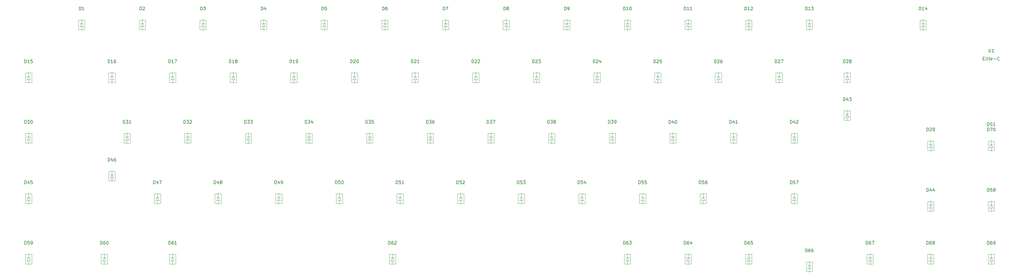
<source format=gbr>
%TF.GenerationSoftware,KiCad,Pcbnew,(5.1.12)-1*%
%TF.CreationDate,2021-12-21T00:20:09-05:00*%
%TF.ProjectId,GanJing 65 rev 2 solder,47616e4a-696e-4672-9036-352072657620,2*%
%TF.SameCoordinates,Original*%
%TF.FileFunction,Legend,Top*%
%TF.FilePolarity,Positive*%
%FSLAX46Y46*%
G04 Gerber Fmt 4.6, Leading zero omitted, Abs format (unit mm)*
G04 Created by KiCad (PCBNEW (5.1.12)-1) date 2021-12-21 00:20:09*
%MOMM*%
%LPD*%
G01*
G04 APERTURE LIST*
%ADD10C,0.120000*%
%ADD11C,0.150000*%
G04 APERTURE END LIST*
D10*
%TO.C,D70*%
X354276250Y-140043750D02*
X355336250Y-140043750D01*
X354806250Y-140143750D02*
X355336250Y-141093750D01*
X353806250Y-139013750D02*
X355806250Y-139013750D01*
X354806250Y-138753750D02*
X354806250Y-140043750D01*
X354276250Y-141093750D02*
X355336250Y-141093750D01*
X354806250Y-140143750D02*
X354276250Y-141093750D01*
X353806250Y-142003750D02*
X355806250Y-142003750D01*
X355806250Y-139013750D02*
X355806250Y-142003750D01*
X353806250Y-139023750D02*
X353806250Y-141993750D01*
X354806250Y-142233750D02*
X354806250Y-141093750D01*
%TO.C,D69*%
X354276250Y-175762500D02*
X355336250Y-175762500D01*
X354806250Y-175862500D02*
X355336250Y-176812500D01*
X353806250Y-174732500D02*
X355806250Y-174732500D01*
X354806250Y-174472500D02*
X354806250Y-175762500D01*
X354276250Y-176812500D02*
X355336250Y-176812500D01*
X354806250Y-175862500D02*
X354276250Y-176812500D01*
X353806250Y-177722500D02*
X355806250Y-177722500D01*
X355806250Y-174732500D02*
X355806250Y-177722500D01*
X353806250Y-174742500D02*
X353806250Y-177712500D01*
X354806250Y-177952500D02*
X354806250Y-176812500D01*
%TO.C,D68*%
X335226250Y-175762500D02*
X336286250Y-175762500D01*
X335756250Y-175862500D02*
X336286250Y-176812500D01*
X334756250Y-174732500D02*
X336756250Y-174732500D01*
X335756250Y-174472500D02*
X335756250Y-175762500D01*
X335226250Y-176812500D02*
X336286250Y-176812500D01*
X335756250Y-175862500D02*
X335226250Y-176812500D01*
X334756250Y-177722500D02*
X336756250Y-177722500D01*
X336756250Y-174732500D02*
X336756250Y-177722500D01*
X334756250Y-174742500D02*
X334756250Y-177712500D01*
X335756250Y-177952500D02*
X335756250Y-176812500D01*
%TO.C,D67*%
X316176250Y-175762500D02*
X317236250Y-175762500D01*
X316706250Y-175862500D02*
X317236250Y-176812500D01*
X315706250Y-174732500D02*
X317706250Y-174732500D01*
X316706250Y-174472500D02*
X316706250Y-175762500D01*
X316176250Y-176812500D02*
X317236250Y-176812500D01*
X316706250Y-175862500D02*
X316176250Y-176812500D01*
X315706250Y-177722500D02*
X317706250Y-177722500D01*
X317706250Y-174732500D02*
X317706250Y-177722500D01*
X315706250Y-174742500D02*
X315706250Y-177712500D01*
X316706250Y-177952500D02*
X316706250Y-176812500D01*
%TO.C,D66*%
X297126250Y-178143750D02*
X298186250Y-178143750D01*
X297656250Y-178243750D02*
X298186250Y-179193750D01*
X296656250Y-177113750D02*
X298656250Y-177113750D01*
X297656250Y-176853750D02*
X297656250Y-178143750D01*
X297126250Y-179193750D02*
X298186250Y-179193750D01*
X297656250Y-178243750D02*
X297126250Y-179193750D01*
X296656250Y-180103750D02*
X298656250Y-180103750D01*
X298656250Y-177113750D02*
X298656250Y-180103750D01*
X296656250Y-177123750D02*
X296656250Y-180093750D01*
X297656250Y-180333750D02*
X297656250Y-179193750D01*
%TO.C,D65*%
X278076250Y-175762500D02*
X279136250Y-175762500D01*
X278606250Y-175862500D02*
X279136250Y-176812500D01*
X277606250Y-174732500D02*
X279606250Y-174732500D01*
X278606250Y-174472500D02*
X278606250Y-175762500D01*
X278076250Y-176812500D02*
X279136250Y-176812500D01*
X278606250Y-175862500D02*
X278076250Y-176812500D01*
X277606250Y-177722500D02*
X279606250Y-177722500D01*
X279606250Y-174732500D02*
X279606250Y-177722500D01*
X277606250Y-174742500D02*
X277606250Y-177712500D01*
X278606250Y-177952500D02*
X278606250Y-176812500D01*
%TO.C,D64*%
X259026250Y-175762500D02*
X260086250Y-175762500D01*
X259556250Y-175862500D02*
X260086250Y-176812500D01*
X258556250Y-174732500D02*
X260556250Y-174732500D01*
X259556250Y-174472500D02*
X259556250Y-175762500D01*
X259026250Y-176812500D02*
X260086250Y-176812500D01*
X259556250Y-175862500D02*
X259026250Y-176812500D01*
X258556250Y-177722500D02*
X260556250Y-177722500D01*
X260556250Y-174732500D02*
X260556250Y-177722500D01*
X258556250Y-174742500D02*
X258556250Y-177712500D01*
X259556250Y-177952500D02*
X259556250Y-176812500D01*
%TO.C,D63*%
X239976250Y-175762500D02*
X241036250Y-175762500D01*
X240506250Y-175862500D02*
X241036250Y-176812500D01*
X239506250Y-174732500D02*
X241506250Y-174732500D01*
X240506250Y-174472500D02*
X240506250Y-175762500D01*
X239976250Y-176812500D02*
X241036250Y-176812500D01*
X240506250Y-175862500D02*
X239976250Y-176812500D01*
X239506250Y-177722500D02*
X241506250Y-177722500D01*
X241506250Y-174732500D02*
X241506250Y-177722500D01*
X239506250Y-174742500D02*
X239506250Y-177712500D01*
X240506250Y-177952500D02*
X240506250Y-176812500D01*
%TO.C,D62*%
X166157500Y-175762500D02*
X167217500Y-175762500D01*
X166687500Y-175862500D02*
X167217500Y-176812500D01*
X165687500Y-174732500D02*
X167687500Y-174732500D01*
X166687500Y-174472500D02*
X166687500Y-175762500D01*
X166157500Y-176812500D02*
X167217500Y-176812500D01*
X166687500Y-175862500D02*
X166157500Y-176812500D01*
X165687500Y-177722500D02*
X167687500Y-177722500D01*
X167687500Y-174732500D02*
X167687500Y-177722500D01*
X165687500Y-174742500D02*
X165687500Y-177712500D01*
X166687500Y-177952500D02*
X166687500Y-176812500D01*
%TO.C,D61*%
X97101250Y-175762500D02*
X98161250Y-175762500D01*
X97631250Y-175862500D02*
X98161250Y-176812500D01*
X96631250Y-174732500D02*
X98631250Y-174732500D01*
X97631250Y-174472500D02*
X97631250Y-175762500D01*
X97101250Y-176812500D02*
X98161250Y-176812500D01*
X97631250Y-175862500D02*
X97101250Y-176812500D01*
X96631250Y-177722500D02*
X98631250Y-177722500D01*
X98631250Y-174732500D02*
X98631250Y-177722500D01*
X96631250Y-174742500D02*
X96631250Y-177712500D01*
X97631250Y-177952500D02*
X97631250Y-176812500D01*
%TO.C,D60*%
X75670000Y-175762500D02*
X76730000Y-175762500D01*
X76200000Y-175862500D02*
X76730000Y-176812500D01*
X75200000Y-174732500D02*
X77200000Y-174732500D01*
X76200000Y-174472500D02*
X76200000Y-175762500D01*
X75670000Y-176812500D02*
X76730000Y-176812500D01*
X76200000Y-175862500D02*
X75670000Y-176812500D01*
X75200000Y-177722500D02*
X77200000Y-177722500D01*
X77200000Y-174732500D02*
X77200000Y-177722500D01*
X75200000Y-174742500D02*
X75200000Y-177712500D01*
X76200000Y-177952500D02*
X76200000Y-176812500D01*
%TO.C,D59*%
X51857500Y-175762500D02*
X52917500Y-175762500D01*
X52387500Y-175862500D02*
X52917500Y-176812500D01*
X51387500Y-174732500D02*
X53387500Y-174732500D01*
X52387500Y-174472500D02*
X52387500Y-175762500D01*
X51857500Y-176812500D02*
X52917500Y-176812500D01*
X52387500Y-175862500D02*
X51857500Y-176812500D01*
X51387500Y-177722500D02*
X53387500Y-177722500D01*
X53387500Y-174732500D02*
X53387500Y-177722500D01*
X51387500Y-174742500D02*
X51387500Y-177712500D01*
X52387500Y-177952500D02*
X52387500Y-176812500D01*
%TO.C,D58*%
X354276250Y-159093750D02*
X355336250Y-159093750D01*
X354806250Y-159193750D02*
X355336250Y-160143750D01*
X353806250Y-158063750D02*
X355806250Y-158063750D01*
X354806250Y-157803750D02*
X354806250Y-159093750D01*
X354276250Y-160143750D02*
X355336250Y-160143750D01*
X354806250Y-159193750D02*
X354276250Y-160143750D01*
X353806250Y-161053750D02*
X355806250Y-161053750D01*
X355806250Y-158063750D02*
X355806250Y-161053750D01*
X353806250Y-158073750D02*
X353806250Y-161043750D01*
X354806250Y-161283750D02*
X354806250Y-160143750D01*
%TO.C,D57*%
X292363750Y-156712500D02*
X293423750Y-156712500D01*
X292893750Y-156812500D02*
X293423750Y-157762500D01*
X291893750Y-155682500D02*
X293893750Y-155682500D01*
X292893750Y-155422500D02*
X292893750Y-156712500D01*
X292363750Y-157762500D02*
X293423750Y-157762500D01*
X292893750Y-156812500D02*
X292363750Y-157762500D01*
X291893750Y-158672500D02*
X293893750Y-158672500D01*
X293893750Y-155682500D02*
X293893750Y-158672500D01*
X291893750Y-155692500D02*
X291893750Y-158662500D01*
X292893750Y-158902500D02*
X292893750Y-157762500D01*
%TO.C,D56*%
X263788750Y-156712500D02*
X264848750Y-156712500D01*
X264318750Y-156812500D02*
X264848750Y-157762500D01*
X263318750Y-155682500D02*
X265318750Y-155682500D01*
X264318750Y-155422500D02*
X264318750Y-156712500D01*
X263788750Y-157762500D02*
X264848750Y-157762500D01*
X264318750Y-156812500D02*
X263788750Y-157762500D01*
X263318750Y-158672500D02*
X265318750Y-158672500D01*
X265318750Y-155682500D02*
X265318750Y-158672500D01*
X263318750Y-155692500D02*
X263318750Y-158662500D01*
X264318750Y-158902500D02*
X264318750Y-157762500D01*
%TO.C,D55*%
X244738750Y-156712500D02*
X245798750Y-156712500D01*
X245268750Y-156812500D02*
X245798750Y-157762500D01*
X244268750Y-155682500D02*
X246268750Y-155682500D01*
X245268750Y-155422500D02*
X245268750Y-156712500D01*
X244738750Y-157762500D02*
X245798750Y-157762500D01*
X245268750Y-156812500D02*
X244738750Y-157762500D01*
X244268750Y-158672500D02*
X246268750Y-158672500D01*
X246268750Y-155682500D02*
X246268750Y-158672500D01*
X244268750Y-155692500D02*
X244268750Y-158662500D01*
X245268750Y-158902500D02*
X245268750Y-157762500D01*
%TO.C,D54*%
X225688750Y-156712500D02*
X226748750Y-156712500D01*
X226218750Y-156812500D02*
X226748750Y-157762500D01*
X225218750Y-155682500D02*
X227218750Y-155682500D01*
X226218750Y-155422500D02*
X226218750Y-156712500D01*
X225688750Y-157762500D02*
X226748750Y-157762500D01*
X226218750Y-156812500D02*
X225688750Y-157762500D01*
X225218750Y-158672500D02*
X227218750Y-158672500D01*
X227218750Y-155682500D02*
X227218750Y-158672500D01*
X225218750Y-155692500D02*
X225218750Y-158662500D01*
X226218750Y-158902500D02*
X226218750Y-157762500D01*
%TO.C,D53*%
X206638750Y-156712500D02*
X207698750Y-156712500D01*
X207168750Y-156812500D02*
X207698750Y-157762500D01*
X206168750Y-155682500D02*
X208168750Y-155682500D01*
X207168750Y-155422500D02*
X207168750Y-156712500D01*
X206638750Y-157762500D02*
X207698750Y-157762500D01*
X207168750Y-156812500D02*
X206638750Y-157762500D01*
X206168750Y-158672500D02*
X208168750Y-158672500D01*
X208168750Y-155682500D02*
X208168750Y-158672500D01*
X206168750Y-155692500D02*
X206168750Y-158662500D01*
X207168750Y-158902500D02*
X207168750Y-157762500D01*
%TO.C,D52*%
X187588750Y-156712500D02*
X188648750Y-156712500D01*
X188118750Y-156812500D02*
X188648750Y-157762500D01*
X187118750Y-155682500D02*
X189118750Y-155682500D01*
X188118750Y-155422500D02*
X188118750Y-156712500D01*
X187588750Y-157762500D02*
X188648750Y-157762500D01*
X188118750Y-156812500D02*
X187588750Y-157762500D01*
X187118750Y-158672500D02*
X189118750Y-158672500D01*
X189118750Y-155682500D02*
X189118750Y-158672500D01*
X187118750Y-155692500D02*
X187118750Y-158662500D01*
X188118750Y-158902500D02*
X188118750Y-157762500D01*
%TO.C,D51*%
X168538750Y-156712500D02*
X169598750Y-156712500D01*
X169068750Y-156812500D02*
X169598750Y-157762500D01*
X168068750Y-155682500D02*
X170068750Y-155682500D01*
X169068750Y-155422500D02*
X169068750Y-156712500D01*
X168538750Y-157762500D02*
X169598750Y-157762500D01*
X169068750Y-156812500D02*
X168538750Y-157762500D01*
X168068750Y-158672500D02*
X170068750Y-158672500D01*
X170068750Y-155682500D02*
X170068750Y-158672500D01*
X168068750Y-155692500D02*
X168068750Y-158662500D01*
X169068750Y-158902500D02*
X169068750Y-157762500D01*
%TO.C,D50*%
X149488750Y-156712500D02*
X150548750Y-156712500D01*
X150018750Y-156812500D02*
X150548750Y-157762500D01*
X149018750Y-155682500D02*
X151018750Y-155682500D01*
X150018750Y-155422500D02*
X150018750Y-156712500D01*
X149488750Y-157762500D02*
X150548750Y-157762500D01*
X150018750Y-156812500D02*
X149488750Y-157762500D01*
X149018750Y-158672500D02*
X151018750Y-158672500D01*
X151018750Y-155682500D02*
X151018750Y-158672500D01*
X149018750Y-155692500D02*
X149018750Y-158662500D01*
X150018750Y-158902500D02*
X150018750Y-157762500D01*
%TO.C,D49*%
X130438750Y-156712500D02*
X131498750Y-156712500D01*
X130968750Y-156812500D02*
X131498750Y-157762500D01*
X129968750Y-155682500D02*
X131968750Y-155682500D01*
X130968750Y-155422500D02*
X130968750Y-156712500D01*
X130438750Y-157762500D02*
X131498750Y-157762500D01*
X130968750Y-156812500D02*
X130438750Y-157762500D01*
X129968750Y-158672500D02*
X131968750Y-158672500D01*
X131968750Y-155682500D02*
X131968750Y-158672500D01*
X129968750Y-155692500D02*
X129968750Y-158662500D01*
X130968750Y-158902500D02*
X130968750Y-157762500D01*
%TO.C,D48*%
X111388750Y-156712500D02*
X112448750Y-156712500D01*
X111918750Y-156812500D02*
X112448750Y-157762500D01*
X110918750Y-155682500D02*
X112918750Y-155682500D01*
X111918750Y-155422500D02*
X111918750Y-156712500D01*
X111388750Y-157762500D02*
X112448750Y-157762500D01*
X111918750Y-156812500D02*
X111388750Y-157762500D01*
X110918750Y-158672500D02*
X112918750Y-158672500D01*
X112918750Y-155682500D02*
X112918750Y-158672500D01*
X110918750Y-155692500D02*
X110918750Y-158662500D01*
X111918750Y-158902500D02*
X111918750Y-157762500D01*
%TO.C,D47*%
X92338750Y-156712500D02*
X93398750Y-156712500D01*
X92868750Y-156812500D02*
X93398750Y-157762500D01*
X91868750Y-155682500D02*
X93868750Y-155682500D01*
X92868750Y-155422500D02*
X92868750Y-156712500D01*
X92338750Y-157762500D02*
X93398750Y-157762500D01*
X92868750Y-156812500D02*
X92338750Y-157762500D01*
X91868750Y-158672500D02*
X93868750Y-158672500D01*
X93868750Y-155682500D02*
X93868750Y-158672500D01*
X91868750Y-155692500D02*
X91868750Y-158662500D01*
X92868750Y-158902500D02*
X92868750Y-157762500D01*
%TO.C,D46*%
X78051250Y-149568750D02*
X79111250Y-149568750D01*
X78581250Y-149668750D02*
X79111250Y-150618750D01*
X77581250Y-148538750D02*
X79581250Y-148538750D01*
X78581250Y-148278750D02*
X78581250Y-149568750D01*
X78051250Y-150618750D02*
X79111250Y-150618750D01*
X78581250Y-149668750D02*
X78051250Y-150618750D01*
X77581250Y-151528750D02*
X79581250Y-151528750D01*
X79581250Y-148538750D02*
X79581250Y-151528750D01*
X77581250Y-148548750D02*
X77581250Y-151518750D01*
X78581250Y-151758750D02*
X78581250Y-150618750D01*
%TO.C,D45*%
X51857500Y-156712500D02*
X52917500Y-156712500D01*
X52387500Y-156812500D02*
X52917500Y-157762500D01*
X51387500Y-155682500D02*
X53387500Y-155682500D01*
X52387500Y-155422500D02*
X52387500Y-156712500D01*
X51857500Y-157762500D02*
X52917500Y-157762500D01*
X52387500Y-156812500D02*
X51857500Y-157762500D01*
X51387500Y-158672500D02*
X53387500Y-158672500D01*
X53387500Y-155682500D02*
X53387500Y-158672500D01*
X51387500Y-155692500D02*
X51387500Y-158662500D01*
X52387500Y-158902500D02*
X52387500Y-157762500D01*
%TO.C,D44*%
X335226250Y-159093750D02*
X336286250Y-159093750D01*
X335756250Y-159193750D02*
X336286250Y-160143750D01*
X334756250Y-158063750D02*
X336756250Y-158063750D01*
X335756250Y-157803750D02*
X335756250Y-159093750D01*
X335226250Y-160143750D02*
X336286250Y-160143750D01*
X335756250Y-159193750D02*
X335226250Y-160143750D01*
X334756250Y-161053750D02*
X336756250Y-161053750D01*
X336756250Y-158063750D02*
X336756250Y-161053750D01*
X334756250Y-158073750D02*
X334756250Y-161043750D01*
X335756250Y-161283750D02*
X335756250Y-160143750D01*
%TO.C,D43*%
X309032500Y-130518750D02*
X310092500Y-130518750D01*
X309562500Y-130618750D02*
X310092500Y-131568750D01*
X308562500Y-129488750D02*
X310562500Y-129488750D01*
X309562500Y-129228750D02*
X309562500Y-130518750D01*
X309032500Y-131568750D02*
X310092500Y-131568750D01*
X309562500Y-130618750D02*
X309032500Y-131568750D01*
X308562500Y-132478750D02*
X310562500Y-132478750D01*
X310562500Y-129488750D02*
X310562500Y-132478750D01*
X308562500Y-129498750D02*
X308562500Y-132468750D01*
X309562500Y-132708750D02*
X309562500Y-131568750D01*
%TO.C,D42*%
X292363750Y-137662500D02*
X293423750Y-137662500D01*
X292893750Y-137762500D02*
X293423750Y-138712500D01*
X291893750Y-136632500D02*
X293893750Y-136632500D01*
X292893750Y-136372500D02*
X292893750Y-137662500D01*
X292363750Y-138712500D02*
X293423750Y-138712500D01*
X292893750Y-137762500D02*
X292363750Y-138712500D01*
X291893750Y-139622500D02*
X293893750Y-139622500D01*
X293893750Y-136632500D02*
X293893750Y-139622500D01*
X291893750Y-136642500D02*
X291893750Y-139612500D01*
X292893750Y-139852500D02*
X292893750Y-138712500D01*
%TO.C,D41*%
X273313750Y-137662500D02*
X274373750Y-137662500D01*
X273843750Y-137762500D02*
X274373750Y-138712500D01*
X272843750Y-136632500D02*
X274843750Y-136632500D01*
X273843750Y-136372500D02*
X273843750Y-137662500D01*
X273313750Y-138712500D02*
X274373750Y-138712500D01*
X273843750Y-137762500D02*
X273313750Y-138712500D01*
X272843750Y-139622500D02*
X274843750Y-139622500D01*
X274843750Y-136632500D02*
X274843750Y-139622500D01*
X272843750Y-136642500D02*
X272843750Y-139612500D01*
X273843750Y-139852500D02*
X273843750Y-138712500D01*
%TO.C,D40*%
X254263750Y-137662500D02*
X255323750Y-137662500D01*
X254793750Y-137762500D02*
X255323750Y-138712500D01*
X253793750Y-136632500D02*
X255793750Y-136632500D01*
X254793750Y-136372500D02*
X254793750Y-137662500D01*
X254263750Y-138712500D02*
X255323750Y-138712500D01*
X254793750Y-137762500D02*
X254263750Y-138712500D01*
X253793750Y-139622500D02*
X255793750Y-139622500D01*
X255793750Y-136632500D02*
X255793750Y-139622500D01*
X253793750Y-136642500D02*
X253793750Y-139612500D01*
X254793750Y-139852500D02*
X254793750Y-138712500D01*
%TO.C,D39*%
X235213750Y-137662500D02*
X236273750Y-137662500D01*
X235743750Y-137762500D02*
X236273750Y-138712500D01*
X234743750Y-136632500D02*
X236743750Y-136632500D01*
X235743750Y-136372500D02*
X235743750Y-137662500D01*
X235213750Y-138712500D02*
X236273750Y-138712500D01*
X235743750Y-137762500D02*
X235213750Y-138712500D01*
X234743750Y-139622500D02*
X236743750Y-139622500D01*
X236743750Y-136632500D02*
X236743750Y-139622500D01*
X234743750Y-136642500D02*
X234743750Y-139612500D01*
X235743750Y-139852500D02*
X235743750Y-138712500D01*
%TO.C,D38*%
X216163750Y-137662500D02*
X217223750Y-137662500D01*
X216693750Y-137762500D02*
X217223750Y-138712500D01*
X215693750Y-136632500D02*
X217693750Y-136632500D01*
X216693750Y-136372500D02*
X216693750Y-137662500D01*
X216163750Y-138712500D02*
X217223750Y-138712500D01*
X216693750Y-137762500D02*
X216163750Y-138712500D01*
X215693750Y-139622500D02*
X217693750Y-139622500D01*
X217693750Y-136632500D02*
X217693750Y-139622500D01*
X215693750Y-136642500D02*
X215693750Y-139612500D01*
X216693750Y-139852500D02*
X216693750Y-138712500D01*
%TO.C,D37*%
X197113750Y-137662500D02*
X198173750Y-137662500D01*
X197643750Y-137762500D02*
X198173750Y-138712500D01*
X196643750Y-136632500D02*
X198643750Y-136632500D01*
X197643750Y-136372500D02*
X197643750Y-137662500D01*
X197113750Y-138712500D02*
X198173750Y-138712500D01*
X197643750Y-137762500D02*
X197113750Y-138712500D01*
X196643750Y-139622500D02*
X198643750Y-139622500D01*
X198643750Y-136632500D02*
X198643750Y-139622500D01*
X196643750Y-136642500D02*
X196643750Y-139612500D01*
X197643750Y-139852500D02*
X197643750Y-138712500D01*
%TO.C,D36*%
X178063750Y-137662500D02*
X179123750Y-137662500D01*
X178593750Y-137762500D02*
X179123750Y-138712500D01*
X177593750Y-136632500D02*
X179593750Y-136632500D01*
X178593750Y-136372500D02*
X178593750Y-137662500D01*
X178063750Y-138712500D02*
X179123750Y-138712500D01*
X178593750Y-137762500D02*
X178063750Y-138712500D01*
X177593750Y-139622500D02*
X179593750Y-139622500D01*
X179593750Y-136632500D02*
X179593750Y-139622500D01*
X177593750Y-136642500D02*
X177593750Y-139612500D01*
X178593750Y-139852500D02*
X178593750Y-138712500D01*
%TO.C,D35*%
X159013750Y-137662500D02*
X160073750Y-137662500D01*
X159543750Y-137762500D02*
X160073750Y-138712500D01*
X158543750Y-136632500D02*
X160543750Y-136632500D01*
X159543750Y-136372500D02*
X159543750Y-137662500D01*
X159013750Y-138712500D02*
X160073750Y-138712500D01*
X159543750Y-137762500D02*
X159013750Y-138712500D01*
X158543750Y-139622500D02*
X160543750Y-139622500D01*
X160543750Y-136632500D02*
X160543750Y-139622500D01*
X158543750Y-136642500D02*
X158543750Y-139612500D01*
X159543750Y-139852500D02*
X159543750Y-138712500D01*
%TO.C,D34*%
X139963750Y-137662500D02*
X141023750Y-137662500D01*
X140493750Y-137762500D02*
X141023750Y-138712500D01*
X139493750Y-136632500D02*
X141493750Y-136632500D01*
X140493750Y-136372500D02*
X140493750Y-137662500D01*
X139963750Y-138712500D02*
X141023750Y-138712500D01*
X140493750Y-137762500D02*
X139963750Y-138712500D01*
X139493750Y-139622500D02*
X141493750Y-139622500D01*
X141493750Y-136632500D02*
X141493750Y-139622500D01*
X139493750Y-136642500D02*
X139493750Y-139612500D01*
X140493750Y-139852500D02*
X140493750Y-138712500D01*
%TO.C,D33*%
X120913750Y-137662500D02*
X121973750Y-137662500D01*
X121443750Y-137762500D02*
X121973750Y-138712500D01*
X120443750Y-136632500D02*
X122443750Y-136632500D01*
X121443750Y-136372500D02*
X121443750Y-137662500D01*
X120913750Y-138712500D02*
X121973750Y-138712500D01*
X121443750Y-137762500D02*
X120913750Y-138712500D01*
X120443750Y-139622500D02*
X122443750Y-139622500D01*
X122443750Y-136632500D02*
X122443750Y-139622500D01*
X120443750Y-136642500D02*
X120443750Y-139612500D01*
X121443750Y-139852500D02*
X121443750Y-138712500D01*
%TO.C,D32*%
X101863750Y-137662500D02*
X102923750Y-137662500D01*
X102393750Y-137762500D02*
X102923750Y-138712500D01*
X101393750Y-136632500D02*
X103393750Y-136632500D01*
X102393750Y-136372500D02*
X102393750Y-137662500D01*
X101863750Y-138712500D02*
X102923750Y-138712500D01*
X102393750Y-137762500D02*
X101863750Y-138712500D01*
X101393750Y-139622500D02*
X103393750Y-139622500D01*
X103393750Y-136632500D02*
X103393750Y-139622500D01*
X101393750Y-136642500D02*
X101393750Y-139612500D01*
X102393750Y-139852500D02*
X102393750Y-138712500D01*
%TO.C,D31*%
X82813750Y-137662500D02*
X83873750Y-137662500D01*
X83343750Y-137762500D02*
X83873750Y-138712500D01*
X82343750Y-136632500D02*
X84343750Y-136632500D01*
X83343750Y-136372500D02*
X83343750Y-137662500D01*
X82813750Y-138712500D02*
X83873750Y-138712500D01*
X83343750Y-137762500D02*
X82813750Y-138712500D01*
X82343750Y-139622500D02*
X84343750Y-139622500D01*
X84343750Y-136632500D02*
X84343750Y-139622500D01*
X82343750Y-136642500D02*
X82343750Y-139612500D01*
X83343750Y-139852500D02*
X83343750Y-138712500D01*
%TO.C,D30*%
X51857500Y-137662500D02*
X52917500Y-137662500D01*
X52387500Y-137762500D02*
X52917500Y-138712500D01*
X51387500Y-136632500D02*
X53387500Y-136632500D01*
X52387500Y-136372500D02*
X52387500Y-137662500D01*
X51857500Y-138712500D02*
X52917500Y-138712500D01*
X52387500Y-137762500D02*
X51857500Y-138712500D01*
X51387500Y-139622500D02*
X53387500Y-139622500D01*
X53387500Y-136632500D02*
X53387500Y-139622500D01*
X51387500Y-136642500D02*
X51387500Y-139612500D01*
X52387500Y-139852500D02*
X52387500Y-138712500D01*
%TO.C,D29*%
X335226250Y-140043750D02*
X336286250Y-140043750D01*
X335756250Y-140143750D02*
X336286250Y-141093750D01*
X334756250Y-139013750D02*
X336756250Y-139013750D01*
X335756250Y-138753750D02*
X335756250Y-140043750D01*
X335226250Y-141093750D02*
X336286250Y-141093750D01*
X335756250Y-140143750D02*
X335226250Y-141093750D01*
X334756250Y-142003750D02*
X336756250Y-142003750D01*
X336756250Y-139013750D02*
X336756250Y-142003750D01*
X334756250Y-139023750D02*
X334756250Y-141993750D01*
X335756250Y-142233750D02*
X335756250Y-141093750D01*
%TO.C,D28*%
X309032500Y-118612500D02*
X310092500Y-118612500D01*
X309562500Y-118712500D02*
X310092500Y-119662500D01*
X308562500Y-117582500D02*
X310562500Y-117582500D01*
X309562500Y-117322500D02*
X309562500Y-118612500D01*
X309032500Y-119662500D02*
X310092500Y-119662500D01*
X309562500Y-118712500D02*
X309032500Y-119662500D01*
X308562500Y-120572500D02*
X310562500Y-120572500D01*
X310562500Y-117582500D02*
X310562500Y-120572500D01*
X308562500Y-117592500D02*
X308562500Y-120562500D01*
X309562500Y-120802500D02*
X309562500Y-119662500D01*
%TO.C,D27*%
X287601250Y-118612500D02*
X288661250Y-118612500D01*
X288131250Y-118712500D02*
X288661250Y-119662500D01*
X287131250Y-117582500D02*
X289131250Y-117582500D01*
X288131250Y-117322500D02*
X288131250Y-118612500D01*
X287601250Y-119662500D02*
X288661250Y-119662500D01*
X288131250Y-118712500D02*
X287601250Y-119662500D01*
X287131250Y-120572500D02*
X289131250Y-120572500D01*
X289131250Y-117582500D02*
X289131250Y-120572500D01*
X287131250Y-117592500D02*
X287131250Y-120562500D01*
X288131250Y-120802500D02*
X288131250Y-119662500D01*
%TO.C,D26*%
X268551250Y-118612500D02*
X269611250Y-118612500D01*
X269081250Y-118712500D02*
X269611250Y-119662500D01*
X268081250Y-117582500D02*
X270081250Y-117582500D01*
X269081250Y-117322500D02*
X269081250Y-118612500D01*
X268551250Y-119662500D02*
X269611250Y-119662500D01*
X269081250Y-118712500D02*
X268551250Y-119662500D01*
X268081250Y-120572500D02*
X270081250Y-120572500D01*
X270081250Y-117582500D02*
X270081250Y-120572500D01*
X268081250Y-117592500D02*
X268081250Y-120562500D01*
X269081250Y-120802500D02*
X269081250Y-119662500D01*
%TO.C,D25*%
X249501250Y-118612500D02*
X250561250Y-118612500D01*
X250031250Y-118712500D02*
X250561250Y-119662500D01*
X249031250Y-117582500D02*
X251031250Y-117582500D01*
X250031250Y-117322500D02*
X250031250Y-118612500D01*
X249501250Y-119662500D02*
X250561250Y-119662500D01*
X250031250Y-118712500D02*
X249501250Y-119662500D01*
X249031250Y-120572500D02*
X251031250Y-120572500D01*
X251031250Y-117582500D02*
X251031250Y-120572500D01*
X249031250Y-117592500D02*
X249031250Y-120562500D01*
X250031250Y-120802500D02*
X250031250Y-119662500D01*
%TO.C,D24*%
X230451250Y-118612500D02*
X231511250Y-118612500D01*
X230981250Y-118712500D02*
X231511250Y-119662500D01*
X229981250Y-117582500D02*
X231981250Y-117582500D01*
X230981250Y-117322500D02*
X230981250Y-118612500D01*
X230451250Y-119662500D02*
X231511250Y-119662500D01*
X230981250Y-118712500D02*
X230451250Y-119662500D01*
X229981250Y-120572500D02*
X231981250Y-120572500D01*
X231981250Y-117582500D02*
X231981250Y-120572500D01*
X229981250Y-117592500D02*
X229981250Y-120562500D01*
X230981250Y-120802500D02*
X230981250Y-119662500D01*
%TO.C,D23*%
X211401250Y-118612500D02*
X212461250Y-118612500D01*
X211931250Y-118712500D02*
X212461250Y-119662500D01*
X210931250Y-117582500D02*
X212931250Y-117582500D01*
X211931250Y-117322500D02*
X211931250Y-118612500D01*
X211401250Y-119662500D02*
X212461250Y-119662500D01*
X211931250Y-118712500D02*
X211401250Y-119662500D01*
X210931250Y-120572500D02*
X212931250Y-120572500D01*
X212931250Y-117582500D02*
X212931250Y-120572500D01*
X210931250Y-117592500D02*
X210931250Y-120562500D01*
X211931250Y-120802500D02*
X211931250Y-119662500D01*
%TO.C,D22*%
X192351250Y-118612500D02*
X193411250Y-118612500D01*
X192881250Y-118712500D02*
X193411250Y-119662500D01*
X191881250Y-117582500D02*
X193881250Y-117582500D01*
X192881250Y-117322500D02*
X192881250Y-118612500D01*
X192351250Y-119662500D02*
X193411250Y-119662500D01*
X192881250Y-118712500D02*
X192351250Y-119662500D01*
X191881250Y-120572500D02*
X193881250Y-120572500D01*
X193881250Y-117582500D02*
X193881250Y-120572500D01*
X191881250Y-117592500D02*
X191881250Y-120562500D01*
X192881250Y-120802500D02*
X192881250Y-119662500D01*
%TO.C,D21*%
X173301250Y-118612500D02*
X174361250Y-118612500D01*
X173831250Y-118712500D02*
X174361250Y-119662500D01*
X172831250Y-117582500D02*
X174831250Y-117582500D01*
X173831250Y-117322500D02*
X173831250Y-118612500D01*
X173301250Y-119662500D02*
X174361250Y-119662500D01*
X173831250Y-118712500D02*
X173301250Y-119662500D01*
X172831250Y-120572500D02*
X174831250Y-120572500D01*
X174831250Y-117582500D02*
X174831250Y-120572500D01*
X172831250Y-117592500D02*
X172831250Y-120562500D01*
X173831250Y-120802500D02*
X173831250Y-119662500D01*
%TO.C,D20*%
X154251250Y-118612500D02*
X155311250Y-118612500D01*
X154781250Y-118712500D02*
X155311250Y-119662500D01*
X153781250Y-117582500D02*
X155781250Y-117582500D01*
X154781250Y-117322500D02*
X154781250Y-118612500D01*
X154251250Y-119662500D02*
X155311250Y-119662500D01*
X154781250Y-118712500D02*
X154251250Y-119662500D01*
X153781250Y-120572500D02*
X155781250Y-120572500D01*
X155781250Y-117582500D02*
X155781250Y-120572500D01*
X153781250Y-117592500D02*
X153781250Y-120562500D01*
X154781250Y-120802500D02*
X154781250Y-119662500D01*
%TO.C,D19*%
X135201250Y-118612500D02*
X136261250Y-118612500D01*
X135731250Y-118712500D02*
X136261250Y-119662500D01*
X134731250Y-117582500D02*
X136731250Y-117582500D01*
X135731250Y-117322500D02*
X135731250Y-118612500D01*
X135201250Y-119662500D02*
X136261250Y-119662500D01*
X135731250Y-118712500D02*
X135201250Y-119662500D01*
X134731250Y-120572500D02*
X136731250Y-120572500D01*
X136731250Y-117582500D02*
X136731250Y-120572500D01*
X134731250Y-117592500D02*
X134731250Y-120562500D01*
X135731250Y-120802500D02*
X135731250Y-119662500D01*
%TO.C,D18*%
X116151250Y-118612500D02*
X117211250Y-118612500D01*
X116681250Y-118712500D02*
X117211250Y-119662500D01*
X115681250Y-117582500D02*
X117681250Y-117582500D01*
X116681250Y-117322500D02*
X116681250Y-118612500D01*
X116151250Y-119662500D02*
X117211250Y-119662500D01*
X116681250Y-118712500D02*
X116151250Y-119662500D01*
X115681250Y-120572500D02*
X117681250Y-120572500D01*
X117681250Y-117582500D02*
X117681250Y-120572500D01*
X115681250Y-117592500D02*
X115681250Y-120562500D01*
X116681250Y-120802500D02*
X116681250Y-119662500D01*
%TO.C,D17*%
X97101250Y-118612500D02*
X98161250Y-118612500D01*
X97631250Y-118712500D02*
X98161250Y-119662500D01*
X96631250Y-117582500D02*
X98631250Y-117582500D01*
X97631250Y-117322500D02*
X97631250Y-118612500D01*
X97101250Y-119662500D02*
X98161250Y-119662500D01*
X97631250Y-118712500D02*
X97101250Y-119662500D01*
X96631250Y-120572500D02*
X98631250Y-120572500D01*
X98631250Y-117582500D02*
X98631250Y-120572500D01*
X96631250Y-117592500D02*
X96631250Y-120562500D01*
X97631250Y-120802500D02*
X97631250Y-119662500D01*
%TO.C,D16*%
X78051250Y-118612500D02*
X79111250Y-118612500D01*
X78581250Y-118712500D02*
X79111250Y-119662500D01*
X77581250Y-117582500D02*
X79581250Y-117582500D01*
X78581250Y-117322500D02*
X78581250Y-118612500D01*
X78051250Y-119662500D02*
X79111250Y-119662500D01*
X78581250Y-118712500D02*
X78051250Y-119662500D01*
X77581250Y-120572500D02*
X79581250Y-120572500D01*
X79581250Y-117582500D02*
X79581250Y-120572500D01*
X77581250Y-117592500D02*
X77581250Y-120562500D01*
X78581250Y-120802500D02*
X78581250Y-119662500D01*
%TO.C,D15*%
X51857500Y-118612500D02*
X52917500Y-118612500D01*
X52387500Y-118712500D02*
X52917500Y-119662500D01*
X51387500Y-117582500D02*
X53387500Y-117582500D01*
X52387500Y-117322500D02*
X52387500Y-118612500D01*
X51857500Y-119662500D02*
X52917500Y-119662500D01*
X52387500Y-118712500D02*
X51857500Y-119662500D01*
X51387500Y-120572500D02*
X53387500Y-120572500D01*
X53387500Y-117582500D02*
X53387500Y-120572500D01*
X51387500Y-117592500D02*
X51387500Y-120562500D01*
X52387500Y-120802500D02*
X52387500Y-119662500D01*
%TO.C,D14*%
X332845000Y-101943750D02*
X333905000Y-101943750D01*
X333375000Y-102043750D02*
X333905000Y-102993750D01*
X332375000Y-100913750D02*
X334375000Y-100913750D01*
X333375000Y-100653750D02*
X333375000Y-101943750D01*
X332845000Y-102993750D02*
X333905000Y-102993750D01*
X333375000Y-102043750D02*
X332845000Y-102993750D01*
X332375000Y-103903750D02*
X334375000Y-103903750D01*
X334375000Y-100913750D02*
X334375000Y-103903750D01*
X332375000Y-100923750D02*
X332375000Y-103893750D01*
X333375000Y-104133750D02*
X333375000Y-102993750D01*
%TO.C,D13*%
X297126250Y-101943750D02*
X298186250Y-101943750D01*
X297656250Y-102043750D02*
X298186250Y-102993750D01*
X296656250Y-100913750D02*
X298656250Y-100913750D01*
X297656250Y-100653750D02*
X297656250Y-101943750D01*
X297126250Y-102993750D02*
X298186250Y-102993750D01*
X297656250Y-102043750D02*
X297126250Y-102993750D01*
X296656250Y-103903750D02*
X298656250Y-103903750D01*
X298656250Y-100913750D02*
X298656250Y-103903750D01*
X296656250Y-100923750D02*
X296656250Y-103893750D01*
X297656250Y-104133750D02*
X297656250Y-102993750D01*
%TO.C,D12*%
X278076250Y-101943750D02*
X279136250Y-101943750D01*
X278606250Y-102043750D02*
X279136250Y-102993750D01*
X277606250Y-100913750D02*
X279606250Y-100913750D01*
X278606250Y-100653750D02*
X278606250Y-101943750D01*
X278076250Y-102993750D02*
X279136250Y-102993750D01*
X278606250Y-102043750D02*
X278076250Y-102993750D01*
X277606250Y-103903750D02*
X279606250Y-103903750D01*
X279606250Y-100913750D02*
X279606250Y-103903750D01*
X277606250Y-100923750D02*
X277606250Y-103893750D01*
X278606250Y-104133750D02*
X278606250Y-102993750D01*
%TO.C,D11*%
X259026250Y-101943750D02*
X260086250Y-101943750D01*
X259556250Y-102043750D02*
X260086250Y-102993750D01*
X258556250Y-100913750D02*
X260556250Y-100913750D01*
X259556250Y-100653750D02*
X259556250Y-101943750D01*
X259026250Y-102993750D02*
X260086250Y-102993750D01*
X259556250Y-102043750D02*
X259026250Y-102993750D01*
X258556250Y-103903750D02*
X260556250Y-103903750D01*
X260556250Y-100913750D02*
X260556250Y-103903750D01*
X258556250Y-100923750D02*
X258556250Y-103893750D01*
X259556250Y-104133750D02*
X259556250Y-102993750D01*
%TO.C,D10*%
X239976250Y-101943750D02*
X241036250Y-101943750D01*
X240506250Y-102043750D02*
X241036250Y-102993750D01*
X239506250Y-100913750D02*
X241506250Y-100913750D01*
X240506250Y-100653750D02*
X240506250Y-101943750D01*
X239976250Y-102993750D02*
X241036250Y-102993750D01*
X240506250Y-102043750D02*
X239976250Y-102993750D01*
X239506250Y-103903750D02*
X241506250Y-103903750D01*
X241506250Y-100913750D02*
X241506250Y-103903750D01*
X239506250Y-100923750D02*
X239506250Y-103893750D01*
X240506250Y-104133750D02*
X240506250Y-102993750D01*
%TO.C,D9*%
X220926250Y-101943750D02*
X221986250Y-101943750D01*
X221456250Y-102043750D02*
X221986250Y-102993750D01*
X220456250Y-100913750D02*
X222456250Y-100913750D01*
X221456250Y-100653750D02*
X221456250Y-101943750D01*
X220926250Y-102993750D02*
X221986250Y-102993750D01*
X221456250Y-102043750D02*
X220926250Y-102993750D01*
X220456250Y-103903750D02*
X222456250Y-103903750D01*
X222456250Y-100913750D02*
X222456250Y-103903750D01*
X220456250Y-100923750D02*
X220456250Y-103893750D01*
X221456250Y-104133750D02*
X221456250Y-102993750D01*
%TO.C,D8*%
X201876250Y-101943750D02*
X202936250Y-101943750D01*
X202406250Y-102043750D02*
X202936250Y-102993750D01*
X201406250Y-100913750D02*
X203406250Y-100913750D01*
X202406250Y-100653750D02*
X202406250Y-101943750D01*
X201876250Y-102993750D02*
X202936250Y-102993750D01*
X202406250Y-102043750D02*
X201876250Y-102993750D01*
X201406250Y-103903750D02*
X203406250Y-103903750D01*
X203406250Y-100913750D02*
X203406250Y-103903750D01*
X201406250Y-100923750D02*
X201406250Y-103893750D01*
X202406250Y-104133750D02*
X202406250Y-102993750D01*
%TO.C,D7*%
X182826250Y-101943750D02*
X183886250Y-101943750D01*
X183356250Y-102043750D02*
X183886250Y-102993750D01*
X182356250Y-100913750D02*
X184356250Y-100913750D01*
X183356250Y-100653750D02*
X183356250Y-101943750D01*
X182826250Y-102993750D02*
X183886250Y-102993750D01*
X183356250Y-102043750D02*
X182826250Y-102993750D01*
X182356250Y-103903750D02*
X184356250Y-103903750D01*
X184356250Y-100913750D02*
X184356250Y-103903750D01*
X182356250Y-100923750D02*
X182356250Y-103893750D01*
X183356250Y-104133750D02*
X183356250Y-102993750D01*
%TO.C,D6*%
X163776250Y-101943750D02*
X164836250Y-101943750D01*
X164306250Y-102043750D02*
X164836250Y-102993750D01*
X163306250Y-100913750D02*
X165306250Y-100913750D01*
X164306250Y-100653750D02*
X164306250Y-101943750D01*
X163776250Y-102993750D02*
X164836250Y-102993750D01*
X164306250Y-102043750D02*
X163776250Y-102993750D01*
X163306250Y-103903750D02*
X165306250Y-103903750D01*
X165306250Y-100913750D02*
X165306250Y-103903750D01*
X163306250Y-100923750D02*
X163306250Y-103893750D01*
X164306250Y-104133750D02*
X164306250Y-102993750D01*
%TO.C,D5*%
X144726250Y-101943750D02*
X145786250Y-101943750D01*
X145256250Y-102043750D02*
X145786250Y-102993750D01*
X144256250Y-100913750D02*
X146256250Y-100913750D01*
X145256250Y-100653750D02*
X145256250Y-101943750D01*
X144726250Y-102993750D02*
X145786250Y-102993750D01*
X145256250Y-102043750D02*
X144726250Y-102993750D01*
X144256250Y-103903750D02*
X146256250Y-103903750D01*
X146256250Y-100913750D02*
X146256250Y-103903750D01*
X144256250Y-100923750D02*
X144256250Y-103893750D01*
X145256250Y-104133750D02*
X145256250Y-102993750D01*
%TO.C,D4*%
X125676250Y-101943750D02*
X126736250Y-101943750D01*
X126206250Y-102043750D02*
X126736250Y-102993750D01*
X125206250Y-100913750D02*
X127206250Y-100913750D01*
X126206250Y-100653750D02*
X126206250Y-101943750D01*
X125676250Y-102993750D02*
X126736250Y-102993750D01*
X126206250Y-102043750D02*
X125676250Y-102993750D01*
X125206250Y-103903750D02*
X127206250Y-103903750D01*
X127206250Y-100913750D02*
X127206250Y-103903750D01*
X125206250Y-100923750D02*
X125206250Y-103893750D01*
X126206250Y-104133750D02*
X126206250Y-102993750D01*
%TO.C,D3*%
X106626250Y-101943750D02*
X107686250Y-101943750D01*
X107156250Y-102043750D02*
X107686250Y-102993750D01*
X106156250Y-100913750D02*
X108156250Y-100913750D01*
X107156250Y-100653750D02*
X107156250Y-101943750D01*
X106626250Y-102993750D02*
X107686250Y-102993750D01*
X107156250Y-102043750D02*
X106626250Y-102993750D01*
X106156250Y-103903750D02*
X108156250Y-103903750D01*
X108156250Y-100913750D02*
X108156250Y-103903750D01*
X106156250Y-100923750D02*
X106156250Y-103893750D01*
X107156250Y-104133750D02*
X107156250Y-102993750D01*
%TO.C,D2*%
X87576250Y-101943750D02*
X88636250Y-101943750D01*
X88106250Y-102043750D02*
X88636250Y-102993750D01*
X87106250Y-100913750D02*
X89106250Y-100913750D01*
X88106250Y-100653750D02*
X88106250Y-101943750D01*
X87576250Y-102993750D02*
X88636250Y-102993750D01*
X88106250Y-102043750D02*
X87576250Y-102993750D01*
X87106250Y-103903750D02*
X89106250Y-103903750D01*
X89106250Y-100913750D02*
X89106250Y-103903750D01*
X87106250Y-100923750D02*
X87106250Y-103893750D01*
X88106250Y-104133750D02*
X88106250Y-102993750D01*
%TO.C,D1*%
X68526250Y-101943750D02*
X69586250Y-101943750D01*
X69056250Y-102043750D02*
X69586250Y-102993750D01*
X68056250Y-100913750D02*
X70056250Y-100913750D01*
X69056250Y-100653750D02*
X69056250Y-101943750D01*
X68526250Y-102993750D02*
X69586250Y-102993750D01*
X69056250Y-102043750D02*
X68526250Y-102993750D01*
X68056250Y-103903750D02*
X70056250Y-103903750D01*
X70056250Y-100913750D02*
X70056250Y-103903750D01*
X68056250Y-100923750D02*
X68056250Y-103893750D01*
X69056250Y-104133750D02*
X69056250Y-102993750D01*
%TO.C,DS1*%
D11*
X353591964Y-134252380D02*
X353591964Y-133252380D01*
X353830059Y-133252380D01*
X353972916Y-133300000D01*
X354068154Y-133395238D01*
X354115773Y-133490476D01*
X354163392Y-133680952D01*
X354163392Y-133823809D01*
X354115773Y-134014285D01*
X354068154Y-134109523D01*
X353972916Y-134204761D01*
X353830059Y-134252380D01*
X353591964Y-134252380D01*
X354544345Y-134204761D02*
X354687202Y-134252380D01*
X354925297Y-134252380D01*
X355020535Y-134204761D01*
X355068154Y-134157142D01*
X355115773Y-134061904D01*
X355115773Y-133966666D01*
X355068154Y-133871428D01*
X355020535Y-133823809D01*
X354925297Y-133776190D01*
X354734821Y-133728571D01*
X354639583Y-133680952D01*
X354591964Y-133633333D01*
X354544345Y-133538095D01*
X354544345Y-133442857D01*
X354591964Y-133347619D01*
X354639583Y-133300000D01*
X354734821Y-133252380D01*
X354972916Y-133252380D01*
X355115773Y-133300000D01*
X356068154Y-134252380D02*
X355496726Y-134252380D01*
X355782440Y-134252380D02*
X355782440Y-133252380D01*
X355687202Y-133395238D01*
X355591964Y-133490476D01*
X355496726Y-133538095D01*
%TO.C,U1*%
X354044345Y-110012380D02*
X354044345Y-110821904D01*
X354091964Y-110917142D01*
X354139583Y-110964761D01*
X354234821Y-111012380D01*
X354425297Y-111012380D01*
X354520535Y-110964761D01*
X354568154Y-110917142D01*
X354615773Y-110821904D01*
X354615773Y-110012380D01*
X355615773Y-111012380D02*
X355044345Y-111012380D01*
X355330059Y-111012380D02*
X355330059Y-110012380D01*
X355234821Y-110155238D01*
X355139583Y-110250476D01*
X355044345Y-110298095D01*
X352258630Y-113028571D02*
X352591964Y-113028571D01*
X352734821Y-113552380D02*
X352258630Y-113552380D01*
X352258630Y-112552380D01*
X352734821Y-112552380D01*
X353306250Y-113552380D02*
X353211011Y-113504761D01*
X353163392Y-113409523D01*
X353163392Y-112552380D01*
X353687202Y-113552380D02*
X353687202Y-112885714D01*
X353687202Y-112552380D02*
X353639583Y-112600000D01*
X353687202Y-112647619D01*
X353734821Y-112600000D01*
X353687202Y-112552380D01*
X353687202Y-112647619D01*
X354020535Y-112885714D02*
X354401488Y-112885714D01*
X354163392Y-112552380D02*
X354163392Y-113409523D01*
X354211011Y-113504761D01*
X354306250Y-113552380D01*
X354401488Y-113552380D01*
X355115773Y-113504761D02*
X355020535Y-113552380D01*
X354830059Y-113552380D01*
X354734821Y-113504761D01*
X354687202Y-113409523D01*
X354687202Y-113028571D01*
X354734821Y-112933333D01*
X354830059Y-112885714D01*
X355020535Y-112885714D01*
X355115773Y-112933333D01*
X355163392Y-113028571D01*
X355163392Y-113123809D01*
X354687202Y-113219047D01*
X355591964Y-113171428D02*
X356353869Y-113171428D01*
X357401488Y-113457142D02*
X357353869Y-113504761D01*
X357211011Y-113552380D01*
X357115773Y-113552380D01*
X356972916Y-113504761D01*
X356877678Y-113409523D01*
X356830059Y-113314285D01*
X356782440Y-113123809D01*
X356782440Y-112980952D01*
X356830059Y-112790476D01*
X356877678Y-112695238D01*
X356972916Y-112600000D01*
X357115773Y-112552380D01*
X357211011Y-112552380D01*
X357353869Y-112600000D01*
X357401488Y-112647619D01*
%TO.C,D70*%
X353591964Y-135866130D02*
X353591964Y-134866130D01*
X353830059Y-134866130D01*
X353972916Y-134913750D01*
X354068154Y-135008988D01*
X354115773Y-135104226D01*
X354163392Y-135294702D01*
X354163392Y-135437559D01*
X354115773Y-135628035D01*
X354068154Y-135723273D01*
X353972916Y-135818511D01*
X353830059Y-135866130D01*
X353591964Y-135866130D01*
X354496726Y-134866130D02*
X355163392Y-134866130D01*
X354734821Y-135866130D01*
X355734821Y-134866130D02*
X355830059Y-134866130D01*
X355925297Y-134913750D01*
X355972916Y-134961369D01*
X356020535Y-135056607D01*
X356068154Y-135247083D01*
X356068154Y-135485178D01*
X356020535Y-135675654D01*
X355972916Y-135770892D01*
X355925297Y-135818511D01*
X355830059Y-135866130D01*
X355734821Y-135866130D01*
X355639583Y-135818511D01*
X355591964Y-135770892D01*
X355544345Y-135675654D01*
X355496726Y-135485178D01*
X355496726Y-135247083D01*
X355544345Y-135056607D01*
X355591964Y-134961369D01*
X355639583Y-134913750D01*
X355734821Y-134866130D01*
%TO.C,D69*%
X353591964Y-171584880D02*
X353591964Y-170584880D01*
X353830059Y-170584880D01*
X353972916Y-170632500D01*
X354068154Y-170727738D01*
X354115773Y-170822976D01*
X354163392Y-171013452D01*
X354163392Y-171156309D01*
X354115773Y-171346785D01*
X354068154Y-171442023D01*
X353972916Y-171537261D01*
X353830059Y-171584880D01*
X353591964Y-171584880D01*
X355020535Y-170584880D02*
X354830059Y-170584880D01*
X354734821Y-170632500D01*
X354687202Y-170680119D01*
X354591964Y-170822976D01*
X354544345Y-171013452D01*
X354544345Y-171394404D01*
X354591964Y-171489642D01*
X354639583Y-171537261D01*
X354734821Y-171584880D01*
X354925297Y-171584880D01*
X355020535Y-171537261D01*
X355068154Y-171489642D01*
X355115773Y-171394404D01*
X355115773Y-171156309D01*
X355068154Y-171061071D01*
X355020535Y-171013452D01*
X354925297Y-170965833D01*
X354734821Y-170965833D01*
X354639583Y-171013452D01*
X354591964Y-171061071D01*
X354544345Y-171156309D01*
X355591964Y-171584880D02*
X355782440Y-171584880D01*
X355877678Y-171537261D01*
X355925297Y-171489642D01*
X356020535Y-171346785D01*
X356068154Y-171156309D01*
X356068154Y-170775357D01*
X356020535Y-170680119D01*
X355972916Y-170632500D01*
X355877678Y-170584880D01*
X355687202Y-170584880D01*
X355591964Y-170632500D01*
X355544345Y-170680119D01*
X355496726Y-170775357D01*
X355496726Y-171013452D01*
X355544345Y-171108690D01*
X355591964Y-171156309D01*
X355687202Y-171203928D01*
X355877678Y-171203928D01*
X355972916Y-171156309D01*
X356020535Y-171108690D01*
X356068154Y-171013452D01*
%TO.C,D68*%
X334541964Y-171584880D02*
X334541964Y-170584880D01*
X334780059Y-170584880D01*
X334922916Y-170632500D01*
X335018154Y-170727738D01*
X335065773Y-170822976D01*
X335113392Y-171013452D01*
X335113392Y-171156309D01*
X335065773Y-171346785D01*
X335018154Y-171442023D01*
X334922916Y-171537261D01*
X334780059Y-171584880D01*
X334541964Y-171584880D01*
X335970535Y-170584880D02*
X335780059Y-170584880D01*
X335684821Y-170632500D01*
X335637202Y-170680119D01*
X335541964Y-170822976D01*
X335494345Y-171013452D01*
X335494345Y-171394404D01*
X335541964Y-171489642D01*
X335589583Y-171537261D01*
X335684821Y-171584880D01*
X335875297Y-171584880D01*
X335970535Y-171537261D01*
X336018154Y-171489642D01*
X336065773Y-171394404D01*
X336065773Y-171156309D01*
X336018154Y-171061071D01*
X335970535Y-171013452D01*
X335875297Y-170965833D01*
X335684821Y-170965833D01*
X335589583Y-171013452D01*
X335541964Y-171061071D01*
X335494345Y-171156309D01*
X336637202Y-171013452D02*
X336541964Y-170965833D01*
X336494345Y-170918214D01*
X336446726Y-170822976D01*
X336446726Y-170775357D01*
X336494345Y-170680119D01*
X336541964Y-170632500D01*
X336637202Y-170584880D01*
X336827678Y-170584880D01*
X336922916Y-170632500D01*
X336970535Y-170680119D01*
X337018154Y-170775357D01*
X337018154Y-170822976D01*
X336970535Y-170918214D01*
X336922916Y-170965833D01*
X336827678Y-171013452D01*
X336637202Y-171013452D01*
X336541964Y-171061071D01*
X336494345Y-171108690D01*
X336446726Y-171203928D01*
X336446726Y-171394404D01*
X336494345Y-171489642D01*
X336541964Y-171537261D01*
X336637202Y-171584880D01*
X336827678Y-171584880D01*
X336922916Y-171537261D01*
X336970535Y-171489642D01*
X337018154Y-171394404D01*
X337018154Y-171203928D01*
X336970535Y-171108690D01*
X336922916Y-171061071D01*
X336827678Y-171013452D01*
%TO.C,D67*%
X315491964Y-171584880D02*
X315491964Y-170584880D01*
X315730059Y-170584880D01*
X315872916Y-170632500D01*
X315968154Y-170727738D01*
X316015773Y-170822976D01*
X316063392Y-171013452D01*
X316063392Y-171156309D01*
X316015773Y-171346785D01*
X315968154Y-171442023D01*
X315872916Y-171537261D01*
X315730059Y-171584880D01*
X315491964Y-171584880D01*
X316920535Y-170584880D02*
X316730059Y-170584880D01*
X316634821Y-170632500D01*
X316587202Y-170680119D01*
X316491964Y-170822976D01*
X316444345Y-171013452D01*
X316444345Y-171394404D01*
X316491964Y-171489642D01*
X316539583Y-171537261D01*
X316634821Y-171584880D01*
X316825297Y-171584880D01*
X316920535Y-171537261D01*
X316968154Y-171489642D01*
X317015773Y-171394404D01*
X317015773Y-171156309D01*
X316968154Y-171061071D01*
X316920535Y-171013452D01*
X316825297Y-170965833D01*
X316634821Y-170965833D01*
X316539583Y-171013452D01*
X316491964Y-171061071D01*
X316444345Y-171156309D01*
X317349107Y-170584880D02*
X318015773Y-170584880D01*
X317587202Y-171584880D01*
%TO.C,D66*%
X296441964Y-173966130D02*
X296441964Y-172966130D01*
X296680059Y-172966130D01*
X296822916Y-173013750D01*
X296918154Y-173108988D01*
X296965773Y-173204226D01*
X297013392Y-173394702D01*
X297013392Y-173537559D01*
X296965773Y-173728035D01*
X296918154Y-173823273D01*
X296822916Y-173918511D01*
X296680059Y-173966130D01*
X296441964Y-173966130D01*
X297870535Y-172966130D02*
X297680059Y-172966130D01*
X297584821Y-173013750D01*
X297537202Y-173061369D01*
X297441964Y-173204226D01*
X297394345Y-173394702D01*
X297394345Y-173775654D01*
X297441964Y-173870892D01*
X297489583Y-173918511D01*
X297584821Y-173966130D01*
X297775297Y-173966130D01*
X297870535Y-173918511D01*
X297918154Y-173870892D01*
X297965773Y-173775654D01*
X297965773Y-173537559D01*
X297918154Y-173442321D01*
X297870535Y-173394702D01*
X297775297Y-173347083D01*
X297584821Y-173347083D01*
X297489583Y-173394702D01*
X297441964Y-173442321D01*
X297394345Y-173537559D01*
X298822916Y-172966130D02*
X298632440Y-172966130D01*
X298537202Y-173013750D01*
X298489583Y-173061369D01*
X298394345Y-173204226D01*
X298346726Y-173394702D01*
X298346726Y-173775654D01*
X298394345Y-173870892D01*
X298441964Y-173918511D01*
X298537202Y-173966130D01*
X298727678Y-173966130D01*
X298822916Y-173918511D01*
X298870535Y-173870892D01*
X298918154Y-173775654D01*
X298918154Y-173537559D01*
X298870535Y-173442321D01*
X298822916Y-173394702D01*
X298727678Y-173347083D01*
X298537202Y-173347083D01*
X298441964Y-173394702D01*
X298394345Y-173442321D01*
X298346726Y-173537559D01*
%TO.C,D65*%
X277391964Y-171584880D02*
X277391964Y-170584880D01*
X277630059Y-170584880D01*
X277772916Y-170632500D01*
X277868154Y-170727738D01*
X277915773Y-170822976D01*
X277963392Y-171013452D01*
X277963392Y-171156309D01*
X277915773Y-171346785D01*
X277868154Y-171442023D01*
X277772916Y-171537261D01*
X277630059Y-171584880D01*
X277391964Y-171584880D01*
X278820535Y-170584880D02*
X278630059Y-170584880D01*
X278534821Y-170632500D01*
X278487202Y-170680119D01*
X278391964Y-170822976D01*
X278344345Y-171013452D01*
X278344345Y-171394404D01*
X278391964Y-171489642D01*
X278439583Y-171537261D01*
X278534821Y-171584880D01*
X278725297Y-171584880D01*
X278820535Y-171537261D01*
X278868154Y-171489642D01*
X278915773Y-171394404D01*
X278915773Y-171156309D01*
X278868154Y-171061071D01*
X278820535Y-171013452D01*
X278725297Y-170965833D01*
X278534821Y-170965833D01*
X278439583Y-171013452D01*
X278391964Y-171061071D01*
X278344345Y-171156309D01*
X279820535Y-170584880D02*
X279344345Y-170584880D01*
X279296726Y-171061071D01*
X279344345Y-171013452D01*
X279439583Y-170965833D01*
X279677678Y-170965833D01*
X279772916Y-171013452D01*
X279820535Y-171061071D01*
X279868154Y-171156309D01*
X279868154Y-171394404D01*
X279820535Y-171489642D01*
X279772916Y-171537261D01*
X279677678Y-171584880D01*
X279439583Y-171584880D01*
X279344345Y-171537261D01*
X279296726Y-171489642D01*
%TO.C,D64*%
X258341964Y-171584880D02*
X258341964Y-170584880D01*
X258580059Y-170584880D01*
X258722916Y-170632500D01*
X258818154Y-170727738D01*
X258865773Y-170822976D01*
X258913392Y-171013452D01*
X258913392Y-171156309D01*
X258865773Y-171346785D01*
X258818154Y-171442023D01*
X258722916Y-171537261D01*
X258580059Y-171584880D01*
X258341964Y-171584880D01*
X259770535Y-170584880D02*
X259580059Y-170584880D01*
X259484821Y-170632500D01*
X259437202Y-170680119D01*
X259341964Y-170822976D01*
X259294345Y-171013452D01*
X259294345Y-171394404D01*
X259341964Y-171489642D01*
X259389583Y-171537261D01*
X259484821Y-171584880D01*
X259675297Y-171584880D01*
X259770535Y-171537261D01*
X259818154Y-171489642D01*
X259865773Y-171394404D01*
X259865773Y-171156309D01*
X259818154Y-171061071D01*
X259770535Y-171013452D01*
X259675297Y-170965833D01*
X259484821Y-170965833D01*
X259389583Y-171013452D01*
X259341964Y-171061071D01*
X259294345Y-171156309D01*
X260722916Y-170918214D02*
X260722916Y-171584880D01*
X260484821Y-170537261D02*
X260246726Y-171251547D01*
X260865773Y-171251547D01*
%TO.C,D63*%
X239291964Y-171584880D02*
X239291964Y-170584880D01*
X239530059Y-170584880D01*
X239672916Y-170632500D01*
X239768154Y-170727738D01*
X239815773Y-170822976D01*
X239863392Y-171013452D01*
X239863392Y-171156309D01*
X239815773Y-171346785D01*
X239768154Y-171442023D01*
X239672916Y-171537261D01*
X239530059Y-171584880D01*
X239291964Y-171584880D01*
X240720535Y-170584880D02*
X240530059Y-170584880D01*
X240434821Y-170632500D01*
X240387202Y-170680119D01*
X240291964Y-170822976D01*
X240244345Y-171013452D01*
X240244345Y-171394404D01*
X240291964Y-171489642D01*
X240339583Y-171537261D01*
X240434821Y-171584880D01*
X240625297Y-171584880D01*
X240720535Y-171537261D01*
X240768154Y-171489642D01*
X240815773Y-171394404D01*
X240815773Y-171156309D01*
X240768154Y-171061071D01*
X240720535Y-171013452D01*
X240625297Y-170965833D01*
X240434821Y-170965833D01*
X240339583Y-171013452D01*
X240291964Y-171061071D01*
X240244345Y-171156309D01*
X241149107Y-170584880D02*
X241768154Y-170584880D01*
X241434821Y-170965833D01*
X241577678Y-170965833D01*
X241672916Y-171013452D01*
X241720535Y-171061071D01*
X241768154Y-171156309D01*
X241768154Y-171394404D01*
X241720535Y-171489642D01*
X241672916Y-171537261D01*
X241577678Y-171584880D01*
X241291964Y-171584880D01*
X241196726Y-171537261D01*
X241149107Y-171489642D01*
%TO.C,D62*%
X165473214Y-171584880D02*
X165473214Y-170584880D01*
X165711309Y-170584880D01*
X165854166Y-170632500D01*
X165949404Y-170727738D01*
X165997023Y-170822976D01*
X166044642Y-171013452D01*
X166044642Y-171156309D01*
X165997023Y-171346785D01*
X165949404Y-171442023D01*
X165854166Y-171537261D01*
X165711309Y-171584880D01*
X165473214Y-171584880D01*
X166901785Y-170584880D02*
X166711309Y-170584880D01*
X166616071Y-170632500D01*
X166568452Y-170680119D01*
X166473214Y-170822976D01*
X166425595Y-171013452D01*
X166425595Y-171394404D01*
X166473214Y-171489642D01*
X166520833Y-171537261D01*
X166616071Y-171584880D01*
X166806547Y-171584880D01*
X166901785Y-171537261D01*
X166949404Y-171489642D01*
X166997023Y-171394404D01*
X166997023Y-171156309D01*
X166949404Y-171061071D01*
X166901785Y-171013452D01*
X166806547Y-170965833D01*
X166616071Y-170965833D01*
X166520833Y-171013452D01*
X166473214Y-171061071D01*
X166425595Y-171156309D01*
X167377976Y-170680119D02*
X167425595Y-170632500D01*
X167520833Y-170584880D01*
X167758928Y-170584880D01*
X167854166Y-170632500D01*
X167901785Y-170680119D01*
X167949404Y-170775357D01*
X167949404Y-170870595D01*
X167901785Y-171013452D01*
X167330357Y-171584880D01*
X167949404Y-171584880D01*
%TO.C,D61*%
X96416964Y-171584880D02*
X96416964Y-170584880D01*
X96655059Y-170584880D01*
X96797916Y-170632500D01*
X96893154Y-170727738D01*
X96940773Y-170822976D01*
X96988392Y-171013452D01*
X96988392Y-171156309D01*
X96940773Y-171346785D01*
X96893154Y-171442023D01*
X96797916Y-171537261D01*
X96655059Y-171584880D01*
X96416964Y-171584880D01*
X97845535Y-170584880D02*
X97655059Y-170584880D01*
X97559821Y-170632500D01*
X97512202Y-170680119D01*
X97416964Y-170822976D01*
X97369345Y-171013452D01*
X97369345Y-171394404D01*
X97416964Y-171489642D01*
X97464583Y-171537261D01*
X97559821Y-171584880D01*
X97750297Y-171584880D01*
X97845535Y-171537261D01*
X97893154Y-171489642D01*
X97940773Y-171394404D01*
X97940773Y-171156309D01*
X97893154Y-171061071D01*
X97845535Y-171013452D01*
X97750297Y-170965833D01*
X97559821Y-170965833D01*
X97464583Y-171013452D01*
X97416964Y-171061071D01*
X97369345Y-171156309D01*
X98893154Y-171584880D02*
X98321726Y-171584880D01*
X98607440Y-171584880D02*
X98607440Y-170584880D01*
X98512202Y-170727738D01*
X98416964Y-170822976D01*
X98321726Y-170870595D01*
%TO.C,D60*%
X74985714Y-171584880D02*
X74985714Y-170584880D01*
X75223809Y-170584880D01*
X75366666Y-170632500D01*
X75461904Y-170727738D01*
X75509523Y-170822976D01*
X75557142Y-171013452D01*
X75557142Y-171156309D01*
X75509523Y-171346785D01*
X75461904Y-171442023D01*
X75366666Y-171537261D01*
X75223809Y-171584880D01*
X74985714Y-171584880D01*
X76414285Y-170584880D02*
X76223809Y-170584880D01*
X76128571Y-170632500D01*
X76080952Y-170680119D01*
X75985714Y-170822976D01*
X75938095Y-171013452D01*
X75938095Y-171394404D01*
X75985714Y-171489642D01*
X76033333Y-171537261D01*
X76128571Y-171584880D01*
X76319047Y-171584880D01*
X76414285Y-171537261D01*
X76461904Y-171489642D01*
X76509523Y-171394404D01*
X76509523Y-171156309D01*
X76461904Y-171061071D01*
X76414285Y-171013452D01*
X76319047Y-170965833D01*
X76128571Y-170965833D01*
X76033333Y-171013452D01*
X75985714Y-171061071D01*
X75938095Y-171156309D01*
X77128571Y-170584880D02*
X77223809Y-170584880D01*
X77319047Y-170632500D01*
X77366666Y-170680119D01*
X77414285Y-170775357D01*
X77461904Y-170965833D01*
X77461904Y-171203928D01*
X77414285Y-171394404D01*
X77366666Y-171489642D01*
X77319047Y-171537261D01*
X77223809Y-171584880D01*
X77128571Y-171584880D01*
X77033333Y-171537261D01*
X76985714Y-171489642D01*
X76938095Y-171394404D01*
X76890476Y-171203928D01*
X76890476Y-170965833D01*
X76938095Y-170775357D01*
X76985714Y-170680119D01*
X77033333Y-170632500D01*
X77128571Y-170584880D01*
%TO.C,D59*%
X51173214Y-171584880D02*
X51173214Y-170584880D01*
X51411309Y-170584880D01*
X51554166Y-170632500D01*
X51649404Y-170727738D01*
X51697023Y-170822976D01*
X51744642Y-171013452D01*
X51744642Y-171156309D01*
X51697023Y-171346785D01*
X51649404Y-171442023D01*
X51554166Y-171537261D01*
X51411309Y-171584880D01*
X51173214Y-171584880D01*
X52649404Y-170584880D02*
X52173214Y-170584880D01*
X52125595Y-171061071D01*
X52173214Y-171013452D01*
X52268452Y-170965833D01*
X52506547Y-170965833D01*
X52601785Y-171013452D01*
X52649404Y-171061071D01*
X52697023Y-171156309D01*
X52697023Y-171394404D01*
X52649404Y-171489642D01*
X52601785Y-171537261D01*
X52506547Y-171584880D01*
X52268452Y-171584880D01*
X52173214Y-171537261D01*
X52125595Y-171489642D01*
X53173214Y-171584880D02*
X53363690Y-171584880D01*
X53458928Y-171537261D01*
X53506547Y-171489642D01*
X53601785Y-171346785D01*
X53649404Y-171156309D01*
X53649404Y-170775357D01*
X53601785Y-170680119D01*
X53554166Y-170632500D01*
X53458928Y-170584880D01*
X53268452Y-170584880D01*
X53173214Y-170632500D01*
X53125595Y-170680119D01*
X53077976Y-170775357D01*
X53077976Y-171013452D01*
X53125595Y-171108690D01*
X53173214Y-171156309D01*
X53268452Y-171203928D01*
X53458928Y-171203928D01*
X53554166Y-171156309D01*
X53601785Y-171108690D01*
X53649404Y-171013452D01*
%TO.C,D58*%
X353591964Y-154916130D02*
X353591964Y-153916130D01*
X353830059Y-153916130D01*
X353972916Y-153963750D01*
X354068154Y-154058988D01*
X354115773Y-154154226D01*
X354163392Y-154344702D01*
X354163392Y-154487559D01*
X354115773Y-154678035D01*
X354068154Y-154773273D01*
X353972916Y-154868511D01*
X353830059Y-154916130D01*
X353591964Y-154916130D01*
X355068154Y-153916130D02*
X354591964Y-153916130D01*
X354544345Y-154392321D01*
X354591964Y-154344702D01*
X354687202Y-154297083D01*
X354925297Y-154297083D01*
X355020535Y-154344702D01*
X355068154Y-154392321D01*
X355115773Y-154487559D01*
X355115773Y-154725654D01*
X355068154Y-154820892D01*
X355020535Y-154868511D01*
X354925297Y-154916130D01*
X354687202Y-154916130D01*
X354591964Y-154868511D01*
X354544345Y-154820892D01*
X355687202Y-154344702D02*
X355591964Y-154297083D01*
X355544345Y-154249464D01*
X355496726Y-154154226D01*
X355496726Y-154106607D01*
X355544345Y-154011369D01*
X355591964Y-153963750D01*
X355687202Y-153916130D01*
X355877678Y-153916130D01*
X355972916Y-153963750D01*
X356020535Y-154011369D01*
X356068154Y-154106607D01*
X356068154Y-154154226D01*
X356020535Y-154249464D01*
X355972916Y-154297083D01*
X355877678Y-154344702D01*
X355687202Y-154344702D01*
X355591964Y-154392321D01*
X355544345Y-154439940D01*
X355496726Y-154535178D01*
X355496726Y-154725654D01*
X355544345Y-154820892D01*
X355591964Y-154868511D01*
X355687202Y-154916130D01*
X355877678Y-154916130D01*
X355972916Y-154868511D01*
X356020535Y-154820892D01*
X356068154Y-154725654D01*
X356068154Y-154535178D01*
X356020535Y-154439940D01*
X355972916Y-154392321D01*
X355877678Y-154344702D01*
%TO.C,D57*%
X291679464Y-152534880D02*
X291679464Y-151534880D01*
X291917559Y-151534880D01*
X292060416Y-151582500D01*
X292155654Y-151677738D01*
X292203273Y-151772976D01*
X292250892Y-151963452D01*
X292250892Y-152106309D01*
X292203273Y-152296785D01*
X292155654Y-152392023D01*
X292060416Y-152487261D01*
X291917559Y-152534880D01*
X291679464Y-152534880D01*
X293155654Y-151534880D02*
X292679464Y-151534880D01*
X292631845Y-152011071D01*
X292679464Y-151963452D01*
X292774702Y-151915833D01*
X293012797Y-151915833D01*
X293108035Y-151963452D01*
X293155654Y-152011071D01*
X293203273Y-152106309D01*
X293203273Y-152344404D01*
X293155654Y-152439642D01*
X293108035Y-152487261D01*
X293012797Y-152534880D01*
X292774702Y-152534880D01*
X292679464Y-152487261D01*
X292631845Y-152439642D01*
X293536607Y-151534880D02*
X294203273Y-151534880D01*
X293774702Y-152534880D01*
%TO.C,D56*%
X263104464Y-152534880D02*
X263104464Y-151534880D01*
X263342559Y-151534880D01*
X263485416Y-151582500D01*
X263580654Y-151677738D01*
X263628273Y-151772976D01*
X263675892Y-151963452D01*
X263675892Y-152106309D01*
X263628273Y-152296785D01*
X263580654Y-152392023D01*
X263485416Y-152487261D01*
X263342559Y-152534880D01*
X263104464Y-152534880D01*
X264580654Y-151534880D02*
X264104464Y-151534880D01*
X264056845Y-152011071D01*
X264104464Y-151963452D01*
X264199702Y-151915833D01*
X264437797Y-151915833D01*
X264533035Y-151963452D01*
X264580654Y-152011071D01*
X264628273Y-152106309D01*
X264628273Y-152344404D01*
X264580654Y-152439642D01*
X264533035Y-152487261D01*
X264437797Y-152534880D01*
X264199702Y-152534880D01*
X264104464Y-152487261D01*
X264056845Y-152439642D01*
X265485416Y-151534880D02*
X265294940Y-151534880D01*
X265199702Y-151582500D01*
X265152083Y-151630119D01*
X265056845Y-151772976D01*
X265009226Y-151963452D01*
X265009226Y-152344404D01*
X265056845Y-152439642D01*
X265104464Y-152487261D01*
X265199702Y-152534880D01*
X265390178Y-152534880D01*
X265485416Y-152487261D01*
X265533035Y-152439642D01*
X265580654Y-152344404D01*
X265580654Y-152106309D01*
X265533035Y-152011071D01*
X265485416Y-151963452D01*
X265390178Y-151915833D01*
X265199702Y-151915833D01*
X265104464Y-151963452D01*
X265056845Y-152011071D01*
X265009226Y-152106309D01*
%TO.C,D55*%
X244054464Y-152534880D02*
X244054464Y-151534880D01*
X244292559Y-151534880D01*
X244435416Y-151582500D01*
X244530654Y-151677738D01*
X244578273Y-151772976D01*
X244625892Y-151963452D01*
X244625892Y-152106309D01*
X244578273Y-152296785D01*
X244530654Y-152392023D01*
X244435416Y-152487261D01*
X244292559Y-152534880D01*
X244054464Y-152534880D01*
X245530654Y-151534880D02*
X245054464Y-151534880D01*
X245006845Y-152011071D01*
X245054464Y-151963452D01*
X245149702Y-151915833D01*
X245387797Y-151915833D01*
X245483035Y-151963452D01*
X245530654Y-152011071D01*
X245578273Y-152106309D01*
X245578273Y-152344404D01*
X245530654Y-152439642D01*
X245483035Y-152487261D01*
X245387797Y-152534880D01*
X245149702Y-152534880D01*
X245054464Y-152487261D01*
X245006845Y-152439642D01*
X246483035Y-151534880D02*
X246006845Y-151534880D01*
X245959226Y-152011071D01*
X246006845Y-151963452D01*
X246102083Y-151915833D01*
X246340178Y-151915833D01*
X246435416Y-151963452D01*
X246483035Y-152011071D01*
X246530654Y-152106309D01*
X246530654Y-152344404D01*
X246483035Y-152439642D01*
X246435416Y-152487261D01*
X246340178Y-152534880D01*
X246102083Y-152534880D01*
X246006845Y-152487261D01*
X245959226Y-152439642D01*
%TO.C,D54*%
X225004464Y-152534880D02*
X225004464Y-151534880D01*
X225242559Y-151534880D01*
X225385416Y-151582500D01*
X225480654Y-151677738D01*
X225528273Y-151772976D01*
X225575892Y-151963452D01*
X225575892Y-152106309D01*
X225528273Y-152296785D01*
X225480654Y-152392023D01*
X225385416Y-152487261D01*
X225242559Y-152534880D01*
X225004464Y-152534880D01*
X226480654Y-151534880D02*
X226004464Y-151534880D01*
X225956845Y-152011071D01*
X226004464Y-151963452D01*
X226099702Y-151915833D01*
X226337797Y-151915833D01*
X226433035Y-151963452D01*
X226480654Y-152011071D01*
X226528273Y-152106309D01*
X226528273Y-152344404D01*
X226480654Y-152439642D01*
X226433035Y-152487261D01*
X226337797Y-152534880D01*
X226099702Y-152534880D01*
X226004464Y-152487261D01*
X225956845Y-152439642D01*
X227385416Y-151868214D02*
X227385416Y-152534880D01*
X227147321Y-151487261D02*
X226909226Y-152201547D01*
X227528273Y-152201547D01*
%TO.C,D53*%
X205954464Y-152534880D02*
X205954464Y-151534880D01*
X206192559Y-151534880D01*
X206335416Y-151582500D01*
X206430654Y-151677738D01*
X206478273Y-151772976D01*
X206525892Y-151963452D01*
X206525892Y-152106309D01*
X206478273Y-152296785D01*
X206430654Y-152392023D01*
X206335416Y-152487261D01*
X206192559Y-152534880D01*
X205954464Y-152534880D01*
X207430654Y-151534880D02*
X206954464Y-151534880D01*
X206906845Y-152011071D01*
X206954464Y-151963452D01*
X207049702Y-151915833D01*
X207287797Y-151915833D01*
X207383035Y-151963452D01*
X207430654Y-152011071D01*
X207478273Y-152106309D01*
X207478273Y-152344404D01*
X207430654Y-152439642D01*
X207383035Y-152487261D01*
X207287797Y-152534880D01*
X207049702Y-152534880D01*
X206954464Y-152487261D01*
X206906845Y-152439642D01*
X207811607Y-151534880D02*
X208430654Y-151534880D01*
X208097321Y-151915833D01*
X208240178Y-151915833D01*
X208335416Y-151963452D01*
X208383035Y-152011071D01*
X208430654Y-152106309D01*
X208430654Y-152344404D01*
X208383035Y-152439642D01*
X208335416Y-152487261D01*
X208240178Y-152534880D01*
X207954464Y-152534880D01*
X207859226Y-152487261D01*
X207811607Y-152439642D01*
%TO.C,D52*%
X186904464Y-152534880D02*
X186904464Y-151534880D01*
X187142559Y-151534880D01*
X187285416Y-151582500D01*
X187380654Y-151677738D01*
X187428273Y-151772976D01*
X187475892Y-151963452D01*
X187475892Y-152106309D01*
X187428273Y-152296785D01*
X187380654Y-152392023D01*
X187285416Y-152487261D01*
X187142559Y-152534880D01*
X186904464Y-152534880D01*
X188380654Y-151534880D02*
X187904464Y-151534880D01*
X187856845Y-152011071D01*
X187904464Y-151963452D01*
X187999702Y-151915833D01*
X188237797Y-151915833D01*
X188333035Y-151963452D01*
X188380654Y-152011071D01*
X188428273Y-152106309D01*
X188428273Y-152344404D01*
X188380654Y-152439642D01*
X188333035Y-152487261D01*
X188237797Y-152534880D01*
X187999702Y-152534880D01*
X187904464Y-152487261D01*
X187856845Y-152439642D01*
X188809226Y-151630119D02*
X188856845Y-151582500D01*
X188952083Y-151534880D01*
X189190178Y-151534880D01*
X189285416Y-151582500D01*
X189333035Y-151630119D01*
X189380654Y-151725357D01*
X189380654Y-151820595D01*
X189333035Y-151963452D01*
X188761607Y-152534880D01*
X189380654Y-152534880D01*
%TO.C,D51*%
X167854464Y-152534880D02*
X167854464Y-151534880D01*
X168092559Y-151534880D01*
X168235416Y-151582500D01*
X168330654Y-151677738D01*
X168378273Y-151772976D01*
X168425892Y-151963452D01*
X168425892Y-152106309D01*
X168378273Y-152296785D01*
X168330654Y-152392023D01*
X168235416Y-152487261D01*
X168092559Y-152534880D01*
X167854464Y-152534880D01*
X169330654Y-151534880D02*
X168854464Y-151534880D01*
X168806845Y-152011071D01*
X168854464Y-151963452D01*
X168949702Y-151915833D01*
X169187797Y-151915833D01*
X169283035Y-151963452D01*
X169330654Y-152011071D01*
X169378273Y-152106309D01*
X169378273Y-152344404D01*
X169330654Y-152439642D01*
X169283035Y-152487261D01*
X169187797Y-152534880D01*
X168949702Y-152534880D01*
X168854464Y-152487261D01*
X168806845Y-152439642D01*
X170330654Y-152534880D02*
X169759226Y-152534880D01*
X170044940Y-152534880D02*
X170044940Y-151534880D01*
X169949702Y-151677738D01*
X169854464Y-151772976D01*
X169759226Y-151820595D01*
%TO.C,D50*%
X148804464Y-152534880D02*
X148804464Y-151534880D01*
X149042559Y-151534880D01*
X149185416Y-151582500D01*
X149280654Y-151677738D01*
X149328273Y-151772976D01*
X149375892Y-151963452D01*
X149375892Y-152106309D01*
X149328273Y-152296785D01*
X149280654Y-152392023D01*
X149185416Y-152487261D01*
X149042559Y-152534880D01*
X148804464Y-152534880D01*
X150280654Y-151534880D02*
X149804464Y-151534880D01*
X149756845Y-152011071D01*
X149804464Y-151963452D01*
X149899702Y-151915833D01*
X150137797Y-151915833D01*
X150233035Y-151963452D01*
X150280654Y-152011071D01*
X150328273Y-152106309D01*
X150328273Y-152344404D01*
X150280654Y-152439642D01*
X150233035Y-152487261D01*
X150137797Y-152534880D01*
X149899702Y-152534880D01*
X149804464Y-152487261D01*
X149756845Y-152439642D01*
X150947321Y-151534880D02*
X151042559Y-151534880D01*
X151137797Y-151582500D01*
X151185416Y-151630119D01*
X151233035Y-151725357D01*
X151280654Y-151915833D01*
X151280654Y-152153928D01*
X151233035Y-152344404D01*
X151185416Y-152439642D01*
X151137797Y-152487261D01*
X151042559Y-152534880D01*
X150947321Y-152534880D01*
X150852083Y-152487261D01*
X150804464Y-152439642D01*
X150756845Y-152344404D01*
X150709226Y-152153928D01*
X150709226Y-151915833D01*
X150756845Y-151725357D01*
X150804464Y-151630119D01*
X150852083Y-151582500D01*
X150947321Y-151534880D01*
%TO.C,D49*%
X129754464Y-152534880D02*
X129754464Y-151534880D01*
X129992559Y-151534880D01*
X130135416Y-151582500D01*
X130230654Y-151677738D01*
X130278273Y-151772976D01*
X130325892Y-151963452D01*
X130325892Y-152106309D01*
X130278273Y-152296785D01*
X130230654Y-152392023D01*
X130135416Y-152487261D01*
X129992559Y-152534880D01*
X129754464Y-152534880D01*
X131183035Y-151868214D02*
X131183035Y-152534880D01*
X130944940Y-151487261D02*
X130706845Y-152201547D01*
X131325892Y-152201547D01*
X131754464Y-152534880D02*
X131944940Y-152534880D01*
X132040178Y-152487261D01*
X132087797Y-152439642D01*
X132183035Y-152296785D01*
X132230654Y-152106309D01*
X132230654Y-151725357D01*
X132183035Y-151630119D01*
X132135416Y-151582500D01*
X132040178Y-151534880D01*
X131849702Y-151534880D01*
X131754464Y-151582500D01*
X131706845Y-151630119D01*
X131659226Y-151725357D01*
X131659226Y-151963452D01*
X131706845Y-152058690D01*
X131754464Y-152106309D01*
X131849702Y-152153928D01*
X132040178Y-152153928D01*
X132135416Y-152106309D01*
X132183035Y-152058690D01*
X132230654Y-151963452D01*
%TO.C,D48*%
X110704464Y-152534880D02*
X110704464Y-151534880D01*
X110942559Y-151534880D01*
X111085416Y-151582500D01*
X111180654Y-151677738D01*
X111228273Y-151772976D01*
X111275892Y-151963452D01*
X111275892Y-152106309D01*
X111228273Y-152296785D01*
X111180654Y-152392023D01*
X111085416Y-152487261D01*
X110942559Y-152534880D01*
X110704464Y-152534880D01*
X112133035Y-151868214D02*
X112133035Y-152534880D01*
X111894940Y-151487261D02*
X111656845Y-152201547D01*
X112275892Y-152201547D01*
X112799702Y-151963452D02*
X112704464Y-151915833D01*
X112656845Y-151868214D01*
X112609226Y-151772976D01*
X112609226Y-151725357D01*
X112656845Y-151630119D01*
X112704464Y-151582500D01*
X112799702Y-151534880D01*
X112990178Y-151534880D01*
X113085416Y-151582500D01*
X113133035Y-151630119D01*
X113180654Y-151725357D01*
X113180654Y-151772976D01*
X113133035Y-151868214D01*
X113085416Y-151915833D01*
X112990178Y-151963452D01*
X112799702Y-151963452D01*
X112704464Y-152011071D01*
X112656845Y-152058690D01*
X112609226Y-152153928D01*
X112609226Y-152344404D01*
X112656845Y-152439642D01*
X112704464Y-152487261D01*
X112799702Y-152534880D01*
X112990178Y-152534880D01*
X113085416Y-152487261D01*
X113133035Y-152439642D01*
X113180654Y-152344404D01*
X113180654Y-152153928D01*
X113133035Y-152058690D01*
X113085416Y-152011071D01*
X112990178Y-151963452D01*
%TO.C,D47*%
X91654464Y-152534880D02*
X91654464Y-151534880D01*
X91892559Y-151534880D01*
X92035416Y-151582500D01*
X92130654Y-151677738D01*
X92178273Y-151772976D01*
X92225892Y-151963452D01*
X92225892Y-152106309D01*
X92178273Y-152296785D01*
X92130654Y-152392023D01*
X92035416Y-152487261D01*
X91892559Y-152534880D01*
X91654464Y-152534880D01*
X93083035Y-151868214D02*
X93083035Y-152534880D01*
X92844940Y-151487261D02*
X92606845Y-152201547D01*
X93225892Y-152201547D01*
X93511607Y-151534880D02*
X94178273Y-151534880D01*
X93749702Y-152534880D01*
%TO.C,D46*%
X77366964Y-145391130D02*
X77366964Y-144391130D01*
X77605059Y-144391130D01*
X77747916Y-144438750D01*
X77843154Y-144533988D01*
X77890773Y-144629226D01*
X77938392Y-144819702D01*
X77938392Y-144962559D01*
X77890773Y-145153035D01*
X77843154Y-145248273D01*
X77747916Y-145343511D01*
X77605059Y-145391130D01*
X77366964Y-145391130D01*
X78795535Y-144724464D02*
X78795535Y-145391130D01*
X78557440Y-144343511D02*
X78319345Y-145057797D01*
X78938392Y-145057797D01*
X79747916Y-144391130D02*
X79557440Y-144391130D01*
X79462202Y-144438750D01*
X79414583Y-144486369D01*
X79319345Y-144629226D01*
X79271726Y-144819702D01*
X79271726Y-145200654D01*
X79319345Y-145295892D01*
X79366964Y-145343511D01*
X79462202Y-145391130D01*
X79652678Y-145391130D01*
X79747916Y-145343511D01*
X79795535Y-145295892D01*
X79843154Y-145200654D01*
X79843154Y-144962559D01*
X79795535Y-144867321D01*
X79747916Y-144819702D01*
X79652678Y-144772083D01*
X79462202Y-144772083D01*
X79366964Y-144819702D01*
X79319345Y-144867321D01*
X79271726Y-144962559D01*
%TO.C,D45*%
X51173214Y-152534880D02*
X51173214Y-151534880D01*
X51411309Y-151534880D01*
X51554166Y-151582500D01*
X51649404Y-151677738D01*
X51697023Y-151772976D01*
X51744642Y-151963452D01*
X51744642Y-152106309D01*
X51697023Y-152296785D01*
X51649404Y-152392023D01*
X51554166Y-152487261D01*
X51411309Y-152534880D01*
X51173214Y-152534880D01*
X52601785Y-151868214D02*
X52601785Y-152534880D01*
X52363690Y-151487261D02*
X52125595Y-152201547D01*
X52744642Y-152201547D01*
X53601785Y-151534880D02*
X53125595Y-151534880D01*
X53077976Y-152011071D01*
X53125595Y-151963452D01*
X53220833Y-151915833D01*
X53458928Y-151915833D01*
X53554166Y-151963452D01*
X53601785Y-152011071D01*
X53649404Y-152106309D01*
X53649404Y-152344404D01*
X53601785Y-152439642D01*
X53554166Y-152487261D01*
X53458928Y-152534880D01*
X53220833Y-152534880D01*
X53125595Y-152487261D01*
X53077976Y-152439642D01*
%TO.C,D44*%
X334541964Y-154916130D02*
X334541964Y-153916130D01*
X334780059Y-153916130D01*
X334922916Y-153963750D01*
X335018154Y-154058988D01*
X335065773Y-154154226D01*
X335113392Y-154344702D01*
X335113392Y-154487559D01*
X335065773Y-154678035D01*
X335018154Y-154773273D01*
X334922916Y-154868511D01*
X334780059Y-154916130D01*
X334541964Y-154916130D01*
X335970535Y-154249464D02*
X335970535Y-154916130D01*
X335732440Y-153868511D02*
X335494345Y-154582797D01*
X336113392Y-154582797D01*
X336922916Y-154249464D02*
X336922916Y-154916130D01*
X336684821Y-153868511D02*
X336446726Y-154582797D01*
X337065773Y-154582797D01*
%TO.C,D43*%
X308348214Y-126341130D02*
X308348214Y-125341130D01*
X308586309Y-125341130D01*
X308729166Y-125388750D01*
X308824404Y-125483988D01*
X308872023Y-125579226D01*
X308919642Y-125769702D01*
X308919642Y-125912559D01*
X308872023Y-126103035D01*
X308824404Y-126198273D01*
X308729166Y-126293511D01*
X308586309Y-126341130D01*
X308348214Y-126341130D01*
X309776785Y-125674464D02*
X309776785Y-126341130D01*
X309538690Y-125293511D02*
X309300595Y-126007797D01*
X309919642Y-126007797D01*
X310205357Y-125341130D02*
X310824404Y-125341130D01*
X310491071Y-125722083D01*
X310633928Y-125722083D01*
X310729166Y-125769702D01*
X310776785Y-125817321D01*
X310824404Y-125912559D01*
X310824404Y-126150654D01*
X310776785Y-126245892D01*
X310729166Y-126293511D01*
X310633928Y-126341130D01*
X310348214Y-126341130D01*
X310252976Y-126293511D01*
X310205357Y-126245892D01*
%TO.C,D42*%
X291679464Y-133484880D02*
X291679464Y-132484880D01*
X291917559Y-132484880D01*
X292060416Y-132532500D01*
X292155654Y-132627738D01*
X292203273Y-132722976D01*
X292250892Y-132913452D01*
X292250892Y-133056309D01*
X292203273Y-133246785D01*
X292155654Y-133342023D01*
X292060416Y-133437261D01*
X291917559Y-133484880D01*
X291679464Y-133484880D01*
X293108035Y-132818214D02*
X293108035Y-133484880D01*
X292869940Y-132437261D02*
X292631845Y-133151547D01*
X293250892Y-133151547D01*
X293584226Y-132580119D02*
X293631845Y-132532500D01*
X293727083Y-132484880D01*
X293965178Y-132484880D01*
X294060416Y-132532500D01*
X294108035Y-132580119D01*
X294155654Y-132675357D01*
X294155654Y-132770595D01*
X294108035Y-132913452D01*
X293536607Y-133484880D01*
X294155654Y-133484880D01*
%TO.C,D41*%
X272629464Y-133484880D02*
X272629464Y-132484880D01*
X272867559Y-132484880D01*
X273010416Y-132532500D01*
X273105654Y-132627738D01*
X273153273Y-132722976D01*
X273200892Y-132913452D01*
X273200892Y-133056309D01*
X273153273Y-133246785D01*
X273105654Y-133342023D01*
X273010416Y-133437261D01*
X272867559Y-133484880D01*
X272629464Y-133484880D01*
X274058035Y-132818214D02*
X274058035Y-133484880D01*
X273819940Y-132437261D02*
X273581845Y-133151547D01*
X274200892Y-133151547D01*
X275105654Y-133484880D02*
X274534226Y-133484880D01*
X274819940Y-133484880D02*
X274819940Y-132484880D01*
X274724702Y-132627738D01*
X274629464Y-132722976D01*
X274534226Y-132770595D01*
%TO.C,D40*%
X253579464Y-133484880D02*
X253579464Y-132484880D01*
X253817559Y-132484880D01*
X253960416Y-132532500D01*
X254055654Y-132627738D01*
X254103273Y-132722976D01*
X254150892Y-132913452D01*
X254150892Y-133056309D01*
X254103273Y-133246785D01*
X254055654Y-133342023D01*
X253960416Y-133437261D01*
X253817559Y-133484880D01*
X253579464Y-133484880D01*
X255008035Y-132818214D02*
X255008035Y-133484880D01*
X254769940Y-132437261D02*
X254531845Y-133151547D01*
X255150892Y-133151547D01*
X255722321Y-132484880D02*
X255817559Y-132484880D01*
X255912797Y-132532500D01*
X255960416Y-132580119D01*
X256008035Y-132675357D01*
X256055654Y-132865833D01*
X256055654Y-133103928D01*
X256008035Y-133294404D01*
X255960416Y-133389642D01*
X255912797Y-133437261D01*
X255817559Y-133484880D01*
X255722321Y-133484880D01*
X255627083Y-133437261D01*
X255579464Y-133389642D01*
X255531845Y-133294404D01*
X255484226Y-133103928D01*
X255484226Y-132865833D01*
X255531845Y-132675357D01*
X255579464Y-132580119D01*
X255627083Y-132532500D01*
X255722321Y-132484880D01*
%TO.C,D39*%
X234529464Y-133484880D02*
X234529464Y-132484880D01*
X234767559Y-132484880D01*
X234910416Y-132532500D01*
X235005654Y-132627738D01*
X235053273Y-132722976D01*
X235100892Y-132913452D01*
X235100892Y-133056309D01*
X235053273Y-133246785D01*
X235005654Y-133342023D01*
X234910416Y-133437261D01*
X234767559Y-133484880D01*
X234529464Y-133484880D01*
X235434226Y-132484880D02*
X236053273Y-132484880D01*
X235719940Y-132865833D01*
X235862797Y-132865833D01*
X235958035Y-132913452D01*
X236005654Y-132961071D01*
X236053273Y-133056309D01*
X236053273Y-133294404D01*
X236005654Y-133389642D01*
X235958035Y-133437261D01*
X235862797Y-133484880D01*
X235577083Y-133484880D01*
X235481845Y-133437261D01*
X235434226Y-133389642D01*
X236529464Y-133484880D02*
X236719940Y-133484880D01*
X236815178Y-133437261D01*
X236862797Y-133389642D01*
X236958035Y-133246785D01*
X237005654Y-133056309D01*
X237005654Y-132675357D01*
X236958035Y-132580119D01*
X236910416Y-132532500D01*
X236815178Y-132484880D01*
X236624702Y-132484880D01*
X236529464Y-132532500D01*
X236481845Y-132580119D01*
X236434226Y-132675357D01*
X236434226Y-132913452D01*
X236481845Y-133008690D01*
X236529464Y-133056309D01*
X236624702Y-133103928D01*
X236815178Y-133103928D01*
X236910416Y-133056309D01*
X236958035Y-133008690D01*
X237005654Y-132913452D01*
%TO.C,D38*%
X215479464Y-133484880D02*
X215479464Y-132484880D01*
X215717559Y-132484880D01*
X215860416Y-132532500D01*
X215955654Y-132627738D01*
X216003273Y-132722976D01*
X216050892Y-132913452D01*
X216050892Y-133056309D01*
X216003273Y-133246785D01*
X215955654Y-133342023D01*
X215860416Y-133437261D01*
X215717559Y-133484880D01*
X215479464Y-133484880D01*
X216384226Y-132484880D02*
X217003273Y-132484880D01*
X216669940Y-132865833D01*
X216812797Y-132865833D01*
X216908035Y-132913452D01*
X216955654Y-132961071D01*
X217003273Y-133056309D01*
X217003273Y-133294404D01*
X216955654Y-133389642D01*
X216908035Y-133437261D01*
X216812797Y-133484880D01*
X216527083Y-133484880D01*
X216431845Y-133437261D01*
X216384226Y-133389642D01*
X217574702Y-132913452D02*
X217479464Y-132865833D01*
X217431845Y-132818214D01*
X217384226Y-132722976D01*
X217384226Y-132675357D01*
X217431845Y-132580119D01*
X217479464Y-132532500D01*
X217574702Y-132484880D01*
X217765178Y-132484880D01*
X217860416Y-132532500D01*
X217908035Y-132580119D01*
X217955654Y-132675357D01*
X217955654Y-132722976D01*
X217908035Y-132818214D01*
X217860416Y-132865833D01*
X217765178Y-132913452D01*
X217574702Y-132913452D01*
X217479464Y-132961071D01*
X217431845Y-133008690D01*
X217384226Y-133103928D01*
X217384226Y-133294404D01*
X217431845Y-133389642D01*
X217479464Y-133437261D01*
X217574702Y-133484880D01*
X217765178Y-133484880D01*
X217860416Y-133437261D01*
X217908035Y-133389642D01*
X217955654Y-133294404D01*
X217955654Y-133103928D01*
X217908035Y-133008690D01*
X217860416Y-132961071D01*
X217765178Y-132913452D01*
%TO.C,D37*%
X196429464Y-133484880D02*
X196429464Y-132484880D01*
X196667559Y-132484880D01*
X196810416Y-132532500D01*
X196905654Y-132627738D01*
X196953273Y-132722976D01*
X197000892Y-132913452D01*
X197000892Y-133056309D01*
X196953273Y-133246785D01*
X196905654Y-133342023D01*
X196810416Y-133437261D01*
X196667559Y-133484880D01*
X196429464Y-133484880D01*
X197334226Y-132484880D02*
X197953273Y-132484880D01*
X197619940Y-132865833D01*
X197762797Y-132865833D01*
X197858035Y-132913452D01*
X197905654Y-132961071D01*
X197953273Y-133056309D01*
X197953273Y-133294404D01*
X197905654Y-133389642D01*
X197858035Y-133437261D01*
X197762797Y-133484880D01*
X197477083Y-133484880D01*
X197381845Y-133437261D01*
X197334226Y-133389642D01*
X198286607Y-132484880D02*
X198953273Y-132484880D01*
X198524702Y-133484880D01*
%TO.C,D36*%
X177379464Y-133484880D02*
X177379464Y-132484880D01*
X177617559Y-132484880D01*
X177760416Y-132532500D01*
X177855654Y-132627738D01*
X177903273Y-132722976D01*
X177950892Y-132913452D01*
X177950892Y-133056309D01*
X177903273Y-133246785D01*
X177855654Y-133342023D01*
X177760416Y-133437261D01*
X177617559Y-133484880D01*
X177379464Y-133484880D01*
X178284226Y-132484880D02*
X178903273Y-132484880D01*
X178569940Y-132865833D01*
X178712797Y-132865833D01*
X178808035Y-132913452D01*
X178855654Y-132961071D01*
X178903273Y-133056309D01*
X178903273Y-133294404D01*
X178855654Y-133389642D01*
X178808035Y-133437261D01*
X178712797Y-133484880D01*
X178427083Y-133484880D01*
X178331845Y-133437261D01*
X178284226Y-133389642D01*
X179760416Y-132484880D02*
X179569940Y-132484880D01*
X179474702Y-132532500D01*
X179427083Y-132580119D01*
X179331845Y-132722976D01*
X179284226Y-132913452D01*
X179284226Y-133294404D01*
X179331845Y-133389642D01*
X179379464Y-133437261D01*
X179474702Y-133484880D01*
X179665178Y-133484880D01*
X179760416Y-133437261D01*
X179808035Y-133389642D01*
X179855654Y-133294404D01*
X179855654Y-133056309D01*
X179808035Y-132961071D01*
X179760416Y-132913452D01*
X179665178Y-132865833D01*
X179474702Y-132865833D01*
X179379464Y-132913452D01*
X179331845Y-132961071D01*
X179284226Y-133056309D01*
%TO.C,D35*%
X158329464Y-133484880D02*
X158329464Y-132484880D01*
X158567559Y-132484880D01*
X158710416Y-132532500D01*
X158805654Y-132627738D01*
X158853273Y-132722976D01*
X158900892Y-132913452D01*
X158900892Y-133056309D01*
X158853273Y-133246785D01*
X158805654Y-133342023D01*
X158710416Y-133437261D01*
X158567559Y-133484880D01*
X158329464Y-133484880D01*
X159234226Y-132484880D02*
X159853273Y-132484880D01*
X159519940Y-132865833D01*
X159662797Y-132865833D01*
X159758035Y-132913452D01*
X159805654Y-132961071D01*
X159853273Y-133056309D01*
X159853273Y-133294404D01*
X159805654Y-133389642D01*
X159758035Y-133437261D01*
X159662797Y-133484880D01*
X159377083Y-133484880D01*
X159281845Y-133437261D01*
X159234226Y-133389642D01*
X160758035Y-132484880D02*
X160281845Y-132484880D01*
X160234226Y-132961071D01*
X160281845Y-132913452D01*
X160377083Y-132865833D01*
X160615178Y-132865833D01*
X160710416Y-132913452D01*
X160758035Y-132961071D01*
X160805654Y-133056309D01*
X160805654Y-133294404D01*
X160758035Y-133389642D01*
X160710416Y-133437261D01*
X160615178Y-133484880D01*
X160377083Y-133484880D01*
X160281845Y-133437261D01*
X160234226Y-133389642D01*
%TO.C,D34*%
X139279464Y-133484880D02*
X139279464Y-132484880D01*
X139517559Y-132484880D01*
X139660416Y-132532500D01*
X139755654Y-132627738D01*
X139803273Y-132722976D01*
X139850892Y-132913452D01*
X139850892Y-133056309D01*
X139803273Y-133246785D01*
X139755654Y-133342023D01*
X139660416Y-133437261D01*
X139517559Y-133484880D01*
X139279464Y-133484880D01*
X140184226Y-132484880D02*
X140803273Y-132484880D01*
X140469940Y-132865833D01*
X140612797Y-132865833D01*
X140708035Y-132913452D01*
X140755654Y-132961071D01*
X140803273Y-133056309D01*
X140803273Y-133294404D01*
X140755654Y-133389642D01*
X140708035Y-133437261D01*
X140612797Y-133484880D01*
X140327083Y-133484880D01*
X140231845Y-133437261D01*
X140184226Y-133389642D01*
X141660416Y-132818214D02*
X141660416Y-133484880D01*
X141422321Y-132437261D02*
X141184226Y-133151547D01*
X141803273Y-133151547D01*
%TO.C,D33*%
X120229464Y-133484880D02*
X120229464Y-132484880D01*
X120467559Y-132484880D01*
X120610416Y-132532500D01*
X120705654Y-132627738D01*
X120753273Y-132722976D01*
X120800892Y-132913452D01*
X120800892Y-133056309D01*
X120753273Y-133246785D01*
X120705654Y-133342023D01*
X120610416Y-133437261D01*
X120467559Y-133484880D01*
X120229464Y-133484880D01*
X121134226Y-132484880D02*
X121753273Y-132484880D01*
X121419940Y-132865833D01*
X121562797Y-132865833D01*
X121658035Y-132913452D01*
X121705654Y-132961071D01*
X121753273Y-133056309D01*
X121753273Y-133294404D01*
X121705654Y-133389642D01*
X121658035Y-133437261D01*
X121562797Y-133484880D01*
X121277083Y-133484880D01*
X121181845Y-133437261D01*
X121134226Y-133389642D01*
X122086607Y-132484880D02*
X122705654Y-132484880D01*
X122372321Y-132865833D01*
X122515178Y-132865833D01*
X122610416Y-132913452D01*
X122658035Y-132961071D01*
X122705654Y-133056309D01*
X122705654Y-133294404D01*
X122658035Y-133389642D01*
X122610416Y-133437261D01*
X122515178Y-133484880D01*
X122229464Y-133484880D01*
X122134226Y-133437261D01*
X122086607Y-133389642D01*
%TO.C,D32*%
X101179464Y-133484880D02*
X101179464Y-132484880D01*
X101417559Y-132484880D01*
X101560416Y-132532500D01*
X101655654Y-132627738D01*
X101703273Y-132722976D01*
X101750892Y-132913452D01*
X101750892Y-133056309D01*
X101703273Y-133246785D01*
X101655654Y-133342023D01*
X101560416Y-133437261D01*
X101417559Y-133484880D01*
X101179464Y-133484880D01*
X102084226Y-132484880D02*
X102703273Y-132484880D01*
X102369940Y-132865833D01*
X102512797Y-132865833D01*
X102608035Y-132913452D01*
X102655654Y-132961071D01*
X102703273Y-133056309D01*
X102703273Y-133294404D01*
X102655654Y-133389642D01*
X102608035Y-133437261D01*
X102512797Y-133484880D01*
X102227083Y-133484880D01*
X102131845Y-133437261D01*
X102084226Y-133389642D01*
X103084226Y-132580119D02*
X103131845Y-132532500D01*
X103227083Y-132484880D01*
X103465178Y-132484880D01*
X103560416Y-132532500D01*
X103608035Y-132580119D01*
X103655654Y-132675357D01*
X103655654Y-132770595D01*
X103608035Y-132913452D01*
X103036607Y-133484880D01*
X103655654Y-133484880D01*
%TO.C,D31*%
X82129464Y-133484880D02*
X82129464Y-132484880D01*
X82367559Y-132484880D01*
X82510416Y-132532500D01*
X82605654Y-132627738D01*
X82653273Y-132722976D01*
X82700892Y-132913452D01*
X82700892Y-133056309D01*
X82653273Y-133246785D01*
X82605654Y-133342023D01*
X82510416Y-133437261D01*
X82367559Y-133484880D01*
X82129464Y-133484880D01*
X83034226Y-132484880D02*
X83653273Y-132484880D01*
X83319940Y-132865833D01*
X83462797Y-132865833D01*
X83558035Y-132913452D01*
X83605654Y-132961071D01*
X83653273Y-133056309D01*
X83653273Y-133294404D01*
X83605654Y-133389642D01*
X83558035Y-133437261D01*
X83462797Y-133484880D01*
X83177083Y-133484880D01*
X83081845Y-133437261D01*
X83034226Y-133389642D01*
X84605654Y-133484880D02*
X84034226Y-133484880D01*
X84319940Y-133484880D02*
X84319940Y-132484880D01*
X84224702Y-132627738D01*
X84129464Y-132722976D01*
X84034226Y-132770595D01*
%TO.C,D30*%
X51173214Y-133484880D02*
X51173214Y-132484880D01*
X51411309Y-132484880D01*
X51554166Y-132532500D01*
X51649404Y-132627738D01*
X51697023Y-132722976D01*
X51744642Y-132913452D01*
X51744642Y-133056309D01*
X51697023Y-133246785D01*
X51649404Y-133342023D01*
X51554166Y-133437261D01*
X51411309Y-133484880D01*
X51173214Y-133484880D01*
X52077976Y-132484880D02*
X52697023Y-132484880D01*
X52363690Y-132865833D01*
X52506547Y-132865833D01*
X52601785Y-132913452D01*
X52649404Y-132961071D01*
X52697023Y-133056309D01*
X52697023Y-133294404D01*
X52649404Y-133389642D01*
X52601785Y-133437261D01*
X52506547Y-133484880D01*
X52220833Y-133484880D01*
X52125595Y-133437261D01*
X52077976Y-133389642D01*
X53316071Y-132484880D02*
X53411309Y-132484880D01*
X53506547Y-132532500D01*
X53554166Y-132580119D01*
X53601785Y-132675357D01*
X53649404Y-132865833D01*
X53649404Y-133103928D01*
X53601785Y-133294404D01*
X53554166Y-133389642D01*
X53506547Y-133437261D01*
X53411309Y-133484880D01*
X53316071Y-133484880D01*
X53220833Y-133437261D01*
X53173214Y-133389642D01*
X53125595Y-133294404D01*
X53077976Y-133103928D01*
X53077976Y-132865833D01*
X53125595Y-132675357D01*
X53173214Y-132580119D01*
X53220833Y-132532500D01*
X53316071Y-132484880D01*
%TO.C,D29*%
X334541964Y-135866130D02*
X334541964Y-134866130D01*
X334780059Y-134866130D01*
X334922916Y-134913750D01*
X335018154Y-135008988D01*
X335065773Y-135104226D01*
X335113392Y-135294702D01*
X335113392Y-135437559D01*
X335065773Y-135628035D01*
X335018154Y-135723273D01*
X334922916Y-135818511D01*
X334780059Y-135866130D01*
X334541964Y-135866130D01*
X335494345Y-134961369D02*
X335541964Y-134913750D01*
X335637202Y-134866130D01*
X335875297Y-134866130D01*
X335970535Y-134913750D01*
X336018154Y-134961369D01*
X336065773Y-135056607D01*
X336065773Y-135151845D01*
X336018154Y-135294702D01*
X335446726Y-135866130D01*
X336065773Y-135866130D01*
X336541964Y-135866130D02*
X336732440Y-135866130D01*
X336827678Y-135818511D01*
X336875297Y-135770892D01*
X336970535Y-135628035D01*
X337018154Y-135437559D01*
X337018154Y-135056607D01*
X336970535Y-134961369D01*
X336922916Y-134913750D01*
X336827678Y-134866130D01*
X336637202Y-134866130D01*
X336541964Y-134913750D01*
X336494345Y-134961369D01*
X336446726Y-135056607D01*
X336446726Y-135294702D01*
X336494345Y-135389940D01*
X336541964Y-135437559D01*
X336637202Y-135485178D01*
X336827678Y-135485178D01*
X336922916Y-135437559D01*
X336970535Y-135389940D01*
X337018154Y-135294702D01*
%TO.C,D28*%
X308348214Y-114434880D02*
X308348214Y-113434880D01*
X308586309Y-113434880D01*
X308729166Y-113482500D01*
X308824404Y-113577738D01*
X308872023Y-113672976D01*
X308919642Y-113863452D01*
X308919642Y-114006309D01*
X308872023Y-114196785D01*
X308824404Y-114292023D01*
X308729166Y-114387261D01*
X308586309Y-114434880D01*
X308348214Y-114434880D01*
X309300595Y-113530119D02*
X309348214Y-113482500D01*
X309443452Y-113434880D01*
X309681547Y-113434880D01*
X309776785Y-113482500D01*
X309824404Y-113530119D01*
X309872023Y-113625357D01*
X309872023Y-113720595D01*
X309824404Y-113863452D01*
X309252976Y-114434880D01*
X309872023Y-114434880D01*
X310443452Y-113863452D02*
X310348214Y-113815833D01*
X310300595Y-113768214D01*
X310252976Y-113672976D01*
X310252976Y-113625357D01*
X310300595Y-113530119D01*
X310348214Y-113482500D01*
X310443452Y-113434880D01*
X310633928Y-113434880D01*
X310729166Y-113482500D01*
X310776785Y-113530119D01*
X310824404Y-113625357D01*
X310824404Y-113672976D01*
X310776785Y-113768214D01*
X310729166Y-113815833D01*
X310633928Y-113863452D01*
X310443452Y-113863452D01*
X310348214Y-113911071D01*
X310300595Y-113958690D01*
X310252976Y-114053928D01*
X310252976Y-114244404D01*
X310300595Y-114339642D01*
X310348214Y-114387261D01*
X310443452Y-114434880D01*
X310633928Y-114434880D01*
X310729166Y-114387261D01*
X310776785Y-114339642D01*
X310824404Y-114244404D01*
X310824404Y-114053928D01*
X310776785Y-113958690D01*
X310729166Y-113911071D01*
X310633928Y-113863452D01*
%TO.C,D27*%
X286916964Y-114434880D02*
X286916964Y-113434880D01*
X287155059Y-113434880D01*
X287297916Y-113482500D01*
X287393154Y-113577738D01*
X287440773Y-113672976D01*
X287488392Y-113863452D01*
X287488392Y-114006309D01*
X287440773Y-114196785D01*
X287393154Y-114292023D01*
X287297916Y-114387261D01*
X287155059Y-114434880D01*
X286916964Y-114434880D01*
X287869345Y-113530119D02*
X287916964Y-113482500D01*
X288012202Y-113434880D01*
X288250297Y-113434880D01*
X288345535Y-113482500D01*
X288393154Y-113530119D01*
X288440773Y-113625357D01*
X288440773Y-113720595D01*
X288393154Y-113863452D01*
X287821726Y-114434880D01*
X288440773Y-114434880D01*
X288774107Y-113434880D02*
X289440773Y-113434880D01*
X289012202Y-114434880D01*
%TO.C,D26*%
X267866964Y-114434880D02*
X267866964Y-113434880D01*
X268105059Y-113434880D01*
X268247916Y-113482500D01*
X268343154Y-113577738D01*
X268390773Y-113672976D01*
X268438392Y-113863452D01*
X268438392Y-114006309D01*
X268390773Y-114196785D01*
X268343154Y-114292023D01*
X268247916Y-114387261D01*
X268105059Y-114434880D01*
X267866964Y-114434880D01*
X268819345Y-113530119D02*
X268866964Y-113482500D01*
X268962202Y-113434880D01*
X269200297Y-113434880D01*
X269295535Y-113482500D01*
X269343154Y-113530119D01*
X269390773Y-113625357D01*
X269390773Y-113720595D01*
X269343154Y-113863452D01*
X268771726Y-114434880D01*
X269390773Y-114434880D01*
X270247916Y-113434880D02*
X270057440Y-113434880D01*
X269962202Y-113482500D01*
X269914583Y-113530119D01*
X269819345Y-113672976D01*
X269771726Y-113863452D01*
X269771726Y-114244404D01*
X269819345Y-114339642D01*
X269866964Y-114387261D01*
X269962202Y-114434880D01*
X270152678Y-114434880D01*
X270247916Y-114387261D01*
X270295535Y-114339642D01*
X270343154Y-114244404D01*
X270343154Y-114006309D01*
X270295535Y-113911071D01*
X270247916Y-113863452D01*
X270152678Y-113815833D01*
X269962202Y-113815833D01*
X269866964Y-113863452D01*
X269819345Y-113911071D01*
X269771726Y-114006309D01*
%TO.C,D25*%
X248816964Y-114434880D02*
X248816964Y-113434880D01*
X249055059Y-113434880D01*
X249197916Y-113482500D01*
X249293154Y-113577738D01*
X249340773Y-113672976D01*
X249388392Y-113863452D01*
X249388392Y-114006309D01*
X249340773Y-114196785D01*
X249293154Y-114292023D01*
X249197916Y-114387261D01*
X249055059Y-114434880D01*
X248816964Y-114434880D01*
X249769345Y-113530119D02*
X249816964Y-113482500D01*
X249912202Y-113434880D01*
X250150297Y-113434880D01*
X250245535Y-113482500D01*
X250293154Y-113530119D01*
X250340773Y-113625357D01*
X250340773Y-113720595D01*
X250293154Y-113863452D01*
X249721726Y-114434880D01*
X250340773Y-114434880D01*
X251245535Y-113434880D02*
X250769345Y-113434880D01*
X250721726Y-113911071D01*
X250769345Y-113863452D01*
X250864583Y-113815833D01*
X251102678Y-113815833D01*
X251197916Y-113863452D01*
X251245535Y-113911071D01*
X251293154Y-114006309D01*
X251293154Y-114244404D01*
X251245535Y-114339642D01*
X251197916Y-114387261D01*
X251102678Y-114434880D01*
X250864583Y-114434880D01*
X250769345Y-114387261D01*
X250721726Y-114339642D01*
%TO.C,D24*%
X229766964Y-114434880D02*
X229766964Y-113434880D01*
X230005059Y-113434880D01*
X230147916Y-113482500D01*
X230243154Y-113577738D01*
X230290773Y-113672976D01*
X230338392Y-113863452D01*
X230338392Y-114006309D01*
X230290773Y-114196785D01*
X230243154Y-114292023D01*
X230147916Y-114387261D01*
X230005059Y-114434880D01*
X229766964Y-114434880D01*
X230719345Y-113530119D02*
X230766964Y-113482500D01*
X230862202Y-113434880D01*
X231100297Y-113434880D01*
X231195535Y-113482500D01*
X231243154Y-113530119D01*
X231290773Y-113625357D01*
X231290773Y-113720595D01*
X231243154Y-113863452D01*
X230671726Y-114434880D01*
X231290773Y-114434880D01*
X232147916Y-113768214D02*
X232147916Y-114434880D01*
X231909821Y-113387261D02*
X231671726Y-114101547D01*
X232290773Y-114101547D01*
%TO.C,D23*%
X210716964Y-114434880D02*
X210716964Y-113434880D01*
X210955059Y-113434880D01*
X211097916Y-113482500D01*
X211193154Y-113577738D01*
X211240773Y-113672976D01*
X211288392Y-113863452D01*
X211288392Y-114006309D01*
X211240773Y-114196785D01*
X211193154Y-114292023D01*
X211097916Y-114387261D01*
X210955059Y-114434880D01*
X210716964Y-114434880D01*
X211669345Y-113530119D02*
X211716964Y-113482500D01*
X211812202Y-113434880D01*
X212050297Y-113434880D01*
X212145535Y-113482500D01*
X212193154Y-113530119D01*
X212240773Y-113625357D01*
X212240773Y-113720595D01*
X212193154Y-113863452D01*
X211621726Y-114434880D01*
X212240773Y-114434880D01*
X212574107Y-113434880D02*
X213193154Y-113434880D01*
X212859821Y-113815833D01*
X213002678Y-113815833D01*
X213097916Y-113863452D01*
X213145535Y-113911071D01*
X213193154Y-114006309D01*
X213193154Y-114244404D01*
X213145535Y-114339642D01*
X213097916Y-114387261D01*
X213002678Y-114434880D01*
X212716964Y-114434880D01*
X212621726Y-114387261D01*
X212574107Y-114339642D01*
%TO.C,D22*%
X191666964Y-114434880D02*
X191666964Y-113434880D01*
X191905059Y-113434880D01*
X192047916Y-113482500D01*
X192143154Y-113577738D01*
X192190773Y-113672976D01*
X192238392Y-113863452D01*
X192238392Y-114006309D01*
X192190773Y-114196785D01*
X192143154Y-114292023D01*
X192047916Y-114387261D01*
X191905059Y-114434880D01*
X191666964Y-114434880D01*
X192619345Y-113530119D02*
X192666964Y-113482500D01*
X192762202Y-113434880D01*
X193000297Y-113434880D01*
X193095535Y-113482500D01*
X193143154Y-113530119D01*
X193190773Y-113625357D01*
X193190773Y-113720595D01*
X193143154Y-113863452D01*
X192571726Y-114434880D01*
X193190773Y-114434880D01*
X193571726Y-113530119D02*
X193619345Y-113482500D01*
X193714583Y-113434880D01*
X193952678Y-113434880D01*
X194047916Y-113482500D01*
X194095535Y-113530119D01*
X194143154Y-113625357D01*
X194143154Y-113720595D01*
X194095535Y-113863452D01*
X193524107Y-114434880D01*
X194143154Y-114434880D01*
%TO.C,D21*%
X172616964Y-114434880D02*
X172616964Y-113434880D01*
X172855059Y-113434880D01*
X172997916Y-113482500D01*
X173093154Y-113577738D01*
X173140773Y-113672976D01*
X173188392Y-113863452D01*
X173188392Y-114006309D01*
X173140773Y-114196785D01*
X173093154Y-114292023D01*
X172997916Y-114387261D01*
X172855059Y-114434880D01*
X172616964Y-114434880D01*
X173569345Y-113530119D02*
X173616964Y-113482500D01*
X173712202Y-113434880D01*
X173950297Y-113434880D01*
X174045535Y-113482500D01*
X174093154Y-113530119D01*
X174140773Y-113625357D01*
X174140773Y-113720595D01*
X174093154Y-113863452D01*
X173521726Y-114434880D01*
X174140773Y-114434880D01*
X175093154Y-114434880D02*
X174521726Y-114434880D01*
X174807440Y-114434880D02*
X174807440Y-113434880D01*
X174712202Y-113577738D01*
X174616964Y-113672976D01*
X174521726Y-113720595D01*
%TO.C,D20*%
X153566964Y-114434880D02*
X153566964Y-113434880D01*
X153805059Y-113434880D01*
X153947916Y-113482500D01*
X154043154Y-113577738D01*
X154090773Y-113672976D01*
X154138392Y-113863452D01*
X154138392Y-114006309D01*
X154090773Y-114196785D01*
X154043154Y-114292023D01*
X153947916Y-114387261D01*
X153805059Y-114434880D01*
X153566964Y-114434880D01*
X154519345Y-113530119D02*
X154566964Y-113482500D01*
X154662202Y-113434880D01*
X154900297Y-113434880D01*
X154995535Y-113482500D01*
X155043154Y-113530119D01*
X155090773Y-113625357D01*
X155090773Y-113720595D01*
X155043154Y-113863452D01*
X154471726Y-114434880D01*
X155090773Y-114434880D01*
X155709821Y-113434880D02*
X155805059Y-113434880D01*
X155900297Y-113482500D01*
X155947916Y-113530119D01*
X155995535Y-113625357D01*
X156043154Y-113815833D01*
X156043154Y-114053928D01*
X155995535Y-114244404D01*
X155947916Y-114339642D01*
X155900297Y-114387261D01*
X155805059Y-114434880D01*
X155709821Y-114434880D01*
X155614583Y-114387261D01*
X155566964Y-114339642D01*
X155519345Y-114244404D01*
X155471726Y-114053928D01*
X155471726Y-113815833D01*
X155519345Y-113625357D01*
X155566964Y-113530119D01*
X155614583Y-113482500D01*
X155709821Y-113434880D01*
%TO.C,D19*%
X134516964Y-114434880D02*
X134516964Y-113434880D01*
X134755059Y-113434880D01*
X134897916Y-113482500D01*
X134993154Y-113577738D01*
X135040773Y-113672976D01*
X135088392Y-113863452D01*
X135088392Y-114006309D01*
X135040773Y-114196785D01*
X134993154Y-114292023D01*
X134897916Y-114387261D01*
X134755059Y-114434880D01*
X134516964Y-114434880D01*
X136040773Y-114434880D02*
X135469345Y-114434880D01*
X135755059Y-114434880D02*
X135755059Y-113434880D01*
X135659821Y-113577738D01*
X135564583Y-113672976D01*
X135469345Y-113720595D01*
X136516964Y-114434880D02*
X136707440Y-114434880D01*
X136802678Y-114387261D01*
X136850297Y-114339642D01*
X136945535Y-114196785D01*
X136993154Y-114006309D01*
X136993154Y-113625357D01*
X136945535Y-113530119D01*
X136897916Y-113482500D01*
X136802678Y-113434880D01*
X136612202Y-113434880D01*
X136516964Y-113482500D01*
X136469345Y-113530119D01*
X136421726Y-113625357D01*
X136421726Y-113863452D01*
X136469345Y-113958690D01*
X136516964Y-114006309D01*
X136612202Y-114053928D01*
X136802678Y-114053928D01*
X136897916Y-114006309D01*
X136945535Y-113958690D01*
X136993154Y-113863452D01*
%TO.C,D18*%
X115466964Y-114434880D02*
X115466964Y-113434880D01*
X115705059Y-113434880D01*
X115847916Y-113482500D01*
X115943154Y-113577738D01*
X115990773Y-113672976D01*
X116038392Y-113863452D01*
X116038392Y-114006309D01*
X115990773Y-114196785D01*
X115943154Y-114292023D01*
X115847916Y-114387261D01*
X115705059Y-114434880D01*
X115466964Y-114434880D01*
X116990773Y-114434880D02*
X116419345Y-114434880D01*
X116705059Y-114434880D02*
X116705059Y-113434880D01*
X116609821Y-113577738D01*
X116514583Y-113672976D01*
X116419345Y-113720595D01*
X117562202Y-113863452D02*
X117466964Y-113815833D01*
X117419345Y-113768214D01*
X117371726Y-113672976D01*
X117371726Y-113625357D01*
X117419345Y-113530119D01*
X117466964Y-113482500D01*
X117562202Y-113434880D01*
X117752678Y-113434880D01*
X117847916Y-113482500D01*
X117895535Y-113530119D01*
X117943154Y-113625357D01*
X117943154Y-113672976D01*
X117895535Y-113768214D01*
X117847916Y-113815833D01*
X117752678Y-113863452D01*
X117562202Y-113863452D01*
X117466964Y-113911071D01*
X117419345Y-113958690D01*
X117371726Y-114053928D01*
X117371726Y-114244404D01*
X117419345Y-114339642D01*
X117466964Y-114387261D01*
X117562202Y-114434880D01*
X117752678Y-114434880D01*
X117847916Y-114387261D01*
X117895535Y-114339642D01*
X117943154Y-114244404D01*
X117943154Y-114053928D01*
X117895535Y-113958690D01*
X117847916Y-113911071D01*
X117752678Y-113863452D01*
%TO.C,D17*%
X96416964Y-114434880D02*
X96416964Y-113434880D01*
X96655059Y-113434880D01*
X96797916Y-113482500D01*
X96893154Y-113577738D01*
X96940773Y-113672976D01*
X96988392Y-113863452D01*
X96988392Y-114006309D01*
X96940773Y-114196785D01*
X96893154Y-114292023D01*
X96797916Y-114387261D01*
X96655059Y-114434880D01*
X96416964Y-114434880D01*
X97940773Y-114434880D02*
X97369345Y-114434880D01*
X97655059Y-114434880D02*
X97655059Y-113434880D01*
X97559821Y-113577738D01*
X97464583Y-113672976D01*
X97369345Y-113720595D01*
X98274107Y-113434880D02*
X98940773Y-113434880D01*
X98512202Y-114434880D01*
%TO.C,D16*%
X77366964Y-114434880D02*
X77366964Y-113434880D01*
X77605059Y-113434880D01*
X77747916Y-113482500D01*
X77843154Y-113577738D01*
X77890773Y-113672976D01*
X77938392Y-113863452D01*
X77938392Y-114006309D01*
X77890773Y-114196785D01*
X77843154Y-114292023D01*
X77747916Y-114387261D01*
X77605059Y-114434880D01*
X77366964Y-114434880D01*
X78890773Y-114434880D02*
X78319345Y-114434880D01*
X78605059Y-114434880D02*
X78605059Y-113434880D01*
X78509821Y-113577738D01*
X78414583Y-113672976D01*
X78319345Y-113720595D01*
X79747916Y-113434880D02*
X79557440Y-113434880D01*
X79462202Y-113482500D01*
X79414583Y-113530119D01*
X79319345Y-113672976D01*
X79271726Y-113863452D01*
X79271726Y-114244404D01*
X79319345Y-114339642D01*
X79366964Y-114387261D01*
X79462202Y-114434880D01*
X79652678Y-114434880D01*
X79747916Y-114387261D01*
X79795535Y-114339642D01*
X79843154Y-114244404D01*
X79843154Y-114006309D01*
X79795535Y-113911071D01*
X79747916Y-113863452D01*
X79652678Y-113815833D01*
X79462202Y-113815833D01*
X79366964Y-113863452D01*
X79319345Y-113911071D01*
X79271726Y-114006309D01*
%TO.C,D15*%
X51173214Y-114434880D02*
X51173214Y-113434880D01*
X51411309Y-113434880D01*
X51554166Y-113482500D01*
X51649404Y-113577738D01*
X51697023Y-113672976D01*
X51744642Y-113863452D01*
X51744642Y-114006309D01*
X51697023Y-114196785D01*
X51649404Y-114292023D01*
X51554166Y-114387261D01*
X51411309Y-114434880D01*
X51173214Y-114434880D01*
X52697023Y-114434880D02*
X52125595Y-114434880D01*
X52411309Y-114434880D02*
X52411309Y-113434880D01*
X52316071Y-113577738D01*
X52220833Y-113672976D01*
X52125595Y-113720595D01*
X53601785Y-113434880D02*
X53125595Y-113434880D01*
X53077976Y-113911071D01*
X53125595Y-113863452D01*
X53220833Y-113815833D01*
X53458928Y-113815833D01*
X53554166Y-113863452D01*
X53601785Y-113911071D01*
X53649404Y-114006309D01*
X53649404Y-114244404D01*
X53601785Y-114339642D01*
X53554166Y-114387261D01*
X53458928Y-114434880D01*
X53220833Y-114434880D01*
X53125595Y-114387261D01*
X53077976Y-114339642D01*
%TO.C,D14*%
X332160714Y-97766130D02*
X332160714Y-96766130D01*
X332398809Y-96766130D01*
X332541666Y-96813750D01*
X332636904Y-96908988D01*
X332684523Y-97004226D01*
X332732142Y-97194702D01*
X332732142Y-97337559D01*
X332684523Y-97528035D01*
X332636904Y-97623273D01*
X332541666Y-97718511D01*
X332398809Y-97766130D01*
X332160714Y-97766130D01*
X333684523Y-97766130D02*
X333113095Y-97766130D01*
X333398809Y-97766130D02*
X333398809Y-96766130D01*
X333303571Y-96908988D01*
X333208333Y-97004226D01*
X333113095Y-97051845D01*
X334541666Y-97099464D02*
X334541666Y-97766130D01*
X334303571Y-96718511D02*
X334065476Y-97432797D01*
X334684523Y-97432797D01*
%TO.C,D13*%
X296441964Y-97766130D02*
X296441964Y-96766130D01*
X296680059Y-96766130D01*
X296822916Y-96813750D01*
X296918154Y-96908988D01*
X296965773Y-97004226D01*
X297013392Y-97194702D01*
X297013392Y-97337559D01*
X296965773Y-97528035D01*
X296918154Y-97623273D01*
X296822916Y-97718511D01*
X296680059Y-97766130D01*
X296441964Y-97766130D01*
X297965773Y-97766130D02*
X297394345Y-97766130D01*
X297680059Y-97766130D02*
X297680059Y-96766130D01*
X297584821Y-96908988D01*
X297489583Y-97004226D01*
X297394345Y-97051845D01*
X298299107Y-96766130D02*
X298918154Y-96766130D01*
X298584821Y-97147083D01*
X298727678Y-97147083D01*
X298822916Y-97194702D01*
X298870535Y-97242321D01*
X298918154Y-97337559D01*
X298918154Y-97575654D01*
X298870535Y-97670892D01*
X298822916Y-97718511D01*
X298727678Y-97766130D01*
X298441964Y-97766130D01*
X298346726Y-97718511D01*
X298299107Y-97670892D01*
%TO.C,D12*%
X277391964Y-97766130D02*
X277391964Y-96766130D01*
X277630059Y-96766130D01*
X277772916Y-96813750D01*
X277868154Y-96908988D01*
X277915773Y-97004226D01*
X277963392Y-97194702D01*
X277963392Y-97337559D01*
X277915773Y-97528035D01*
X277868154Y-97623273D01*
X277772916Y-97718511D01*
X277630059Y-97766130D01*
X277391964Y-97766130D01*
X278915773Y-97766130D02*
X278344345Y-97766130D01*
X278630059Y-97766130D02*
X278630059Y-96766130D01*
X278534821Y-96908988D01*
X278439583Y-97004226D01*
X278344345Y-97051845D01*
X279296726Y-96861369D02*
X279344345Y-96813750D01*
X279439583Y-96766130D01*
X279677678Y-96766130D01*
X279772916Y-96813750D01*
X279820535Y-96861369D01*
X279868154Y-96956607D01*
X279868154Y-97051845D01*
X279820535Y-97194702D01*
X279249107Y-97766130D01*
X279868154Y-97766130D01*
%TO.C,D11*%
X258341964Y-97766130D02*
X258341964Y-96766130D01*
X258580059Y-96766130D01*
X258722916Y-96813750D01*
X258818154Y-96908988D01*
X258865773Y-97004226D01*
X258913392Y-97194702D01*
X258913392Y-97337559D01*
X258865773Y-97528035D01*
X258818154Y-97623273D01*
X258722916Y-97718511D01*
X258580059Y-97766130D01*
X258341964Y-97766130D01*
X259865773Y-97766130D02*
X259294345Y-97766130D01*
X259580059Y-97766130D02*
X259580059Y-96766130D01*
X259484821Y-96908988D01*
X259389583Y-97004226D01*
X259294345Y-97051845D01*
X260818154Y-97766130D02*
X260246726Y-97766130D01*
X260532440Y-97766130D02*
X260532440Y-96766130D01*
X260437202Y-96908988D01*
X260341964Y-97004226D01*
X260246726Y-97051845D01*
%TO.C,D10*%
X239291964Y-97766130D02*
X239291964Y-96766130D01*
X239530059Y-96766130D01*
X239672916Y-96813750D01*
X239768154Y-96908988D01*
X239815773Y-97004226D01*
X239863392Y-97194702D01*
X239863392Y-97337559D01*
X239815773Y-97528035D01*
X239768154Y-97623273D01*
X239672916Y-97718511D01*
X239530059Y-97766130D01*
X239291964Y-97766130D01*
X240815773Y-97766130D02*
X240244345Y-97766130D01*
X240530059Y-97766130D02*
X240530059Y-96766130D01*
X240434821Y-96908988D01*
X240339583Y-97004226D01*
X240244345Y-97051845D01*
X241434821Y-96766130D02*
X241530059Y-96766130D01*
X241625297Y-96813750D01*
X241672916Y-96861369D01*
X241720535Y-96956607D01*
X241768154Y-97147083D01*
X241768154Y-97385178D01*
X241720535Y-97575654D01*
X241672916Y-97670892D01*
X241625297Y-97718511D01*
X241530059Y-97766130D01*
X241434821Y-97766130D01*
X241339583Y-97718511D01*
X241291964Y-97670892D01*
X241244345Y-97575654D01*
X241196726Y-97385178D01*
X241196726Y-97147083D01*
X241244345Y-96956607D01*
X241291964Y-96861369D01*
X241339583Y-96813750D01*
X241434821Y-96766130D01*
%TO.C,D9*%
X220718154Y-97766130D02*
X220718154Y-96766130D01*
X220956250Y-96766130D01*
X221099107Y-96813750D01*
X221194345Y-96908988D01*
X221241964Y-97004226D01*
X221289583Y-97194702D01*
X221289583Y-97337559D01*
X221241964Y-97528035D01*
X221194345Y-97623273D01*
X221099107Y-97718511D01*
X220956250Y-97766130D01*
X220718154Y-97766130D01*
X221765773Y-97766130D02*
X221956250Y-97766130D01*
X222051488Y-97718511D01*
X222099107Y-97670892D01*
X222194345Y-97528035D01*
X222241964Y-97337559D01*
X222241964Y-96956607D01*
X222194345Y-96861369D01*
X222146726Y-96813750D01*
X222051488Y-96766130D01*
X221861011Y-96766130D01*
X221765773Y-96813750D01*
X221718154Y-96861369D01*
X221670535Y-96956607D01*
X221670535Y-97194702D01*
X221718154Y-97289940D01*
X221765773Y-97337559D01*
X221861011Y-97385178D01*
X222051488Y-97385178D01*
X222146726Y-97337559D01*
X222194345Y-97289940D01*
X222241964Y-97194702D01*
%TO.C,D8*%
X201668154Y-97766130D02*
X201668154Y-96766130D01*
X201906250Y-96766130D01*
X202049107Y-96813750D01*
X202144345Y-96908988D01*
X202191964Y-97004226D01*
X202239583Y-97194702D01*
X202239583Y-97337559D01*
X202191964Y-97528035D01*
X202144345Y-97623273D01*
X202049107Y-97718511D01*
X201906250Y-97766130D01*
X201668154Y-97766130D01*
X202811011Y-97194702D02*
X202715773Y-97147083D01*
X202668154Y-97099464D01*
X202620535Y-97004226D01*
X202620535Y-96956607D01*
X202668154Y-96861369D01*
X202715773Y-96813750D01*
X202811011Y-96766130D01*
X203001488Y-96766130D01*
X203096726Y-96813750D01*
X203144345Y-96861369D01*
X203191964Y-96956607D01*
X203191964Y-97004226D01*
X203144345Y-97099464D01*
X203096726Y-97147083D01*
X203001488Y-97194702D01*
X202811011Y-97194702D01*
X202715773Y-97242321D01*
X202668154Y-97289940D01*
X202620535Y-97385178D01*
X202620535Y-97575654D01*
X202668154Y-97670892D01*
X202715773Y-97718511D01*
X202811011Y-97766130D01*
X203001488Y-97766130D01*
X203096726Y-97718511D01*
X203144345Y-97670892D01*
X203191964Y-97575654D01*
X203191964Y-97385178D01*
X203144345Y-97289940D01*
X203096726Y-97242321D01*
X203001488Y-97194702D01*
%TO.C,D7*%
X182618154Y-97766130D02*
X182618154Y-96766130D01*
X182856250Y-96766130D01*
X182999107Y-96813750D01*
X183094345Y-96908988D01*
X183141964Y-97004226D01*
X183189583Y-97194702D01*
X183189583Y-97337559D01*
X183141964Y-97528035D01*
X183094345Y-97623273D01*
X182999107Y-97718511D01*
X182856250Y-97766130D01*
X182618154Y-97766130D01*
X183522916Y-96766130D02*
X184189583Y-96766130D01*
X183761011Y-97766130D01*
%TO.C,D6*%
X163568154Y-97766130D02*
X163568154Y-96766130D01*
X163806250Y-96766130D01*
X163949107Y-96813750D01*
X164044345Y-96908988D01*
X164091964Y-97004226D01*
X164139583Y-97194702D01*
X164139583Y-97337559D01*
X164091964Y-97528035D01*
X164044345Y-97623273D01*
X163949107Y-97718511D01*
X163806250Y-97766130D01*
X163568154Y-97766130D01*
X164996726Y-96766130D02*
X164806250Y-96766130D01*
X164711011Y-96813750D01*
X164663392Y-96861369D01*
X164568154Y-97004226D01*
X164520535Y-97194702D01*
X164520535Y-97575654D01*
X164568154Y-97670892D01*
X164615773Y-97718511D01*
X164711011Y-97766130D01*
X164901488Y-97766130D01*
X164996726Y-97718511D01*
X165044345Y-97670892D01*
X165091964Y-97575654D01*
X165091964Y-97337559D01*
X165044345Y-97242321D01*
X164996726Y-97194702D01*
X164901488Y-97147083D01*
X164711011Y-97147083D01*
X164615773Y-97194702D01*
X164568154Y-97242321D01*
X164520535Y-97337559D01*
%TO.C,D5*%
X144518154Y-97766130D02*
X144518154Y-96766130D01*
X144756250Y-96766130D01*
X144899107Y-96813750D01*
X144994345Y-96908988D01*
X145041964Y-97004226D01*
X145089583Y-97194702D01*
X145089583Y-97337559D01*
X145041964Y-97528035D01*
X144994345Y-97623273D01*
X144899107Y-97718511D01*
X144756250Y-97766130D01*
X144518154Y-97766130D01*
X145994345Y-96766130D02*
X145518154Y-96766130D01*
X145470535Y-97242321D01*
X145518154Y-97194702D01*
X145613392Y-97147083D01*
X145851488Y-97147083D01*
X145946726Y-97194702D01*
X145994345Y-97242321D01*
X146041964Y-97337559D01*
X146041964Y-97575654D01*
X145994345Y-97670892D01*
X145946726Y-97718511D01*
X145851488Y-97766130D01*
X145613392Y-97766130D01*
X145518154Y-97718511D01*
X145470535Y-97670892D01*
%TO.C,D4*%
X125468154Y-97766130D02*
X125468154Y-96766130D01*
X125706250Y-96766130D01*
X125849107Y-96813750D01*
X125944345Y-96908988D01*
X125991964Y-97004226D01*
X126039583Y-97194702D01*
X126039583Y-97337559D01*
X125991964Y-97528035D01*
X125944345Y-97623273D01*
X125849107Y-97718511D01*
X125706250Y-97766130D01*
X125468154Y-97766130D01*
X126896726Y-97099464D02*
X126896726Y-97766130D01*
X126658630Y-96718511D02*
X126420535Y-97432797D01*
X127039583Y-97432797D01*
%TO.C,D3*%
X106418154Y-97766130D02*
X106418154Y-96766130D01*
X106656250Y-96766130D01*
X106799107Y-96813750D01*
X106894345Y-96908988D01*
X106941964Y-97004226D01*
X106989583Y-97194702D01*
X106989583Y-97337559D01*
X106941964Y-97528035D01*
X106894345Y-97623273D01*
X106799107Y-97718511D01*
X106656250Y-97766130D01*
X106418154Y-97766130D01*
X107322916Y-96766130D02*
X107941964Y-96766130D01*
X107608630Y-97147083D01*
X107751488Y-97147083D01*
X107846726Y-97194702D01*
X107894345Y-97242321D01*
X107941964Y-97337559D01*
X107941964Y-97575654D01*
X107894345Y-97670892D01*
X107846726Y-97718511D01*
X107751488Y-97766130D01*
X107465773Y-97766130D01*
X107370535Y-97718511D01*
X107322916Y-97670892D01*
%TO.C,D2*%
X87368154Y-97766130D02*
X87368154Y-96766130D01*
X87606250Y-96766130D01*
X87749107Y-96813750D01*
X87844345Y-96908988D01*
X87891964Y-97004226D01*
X87939583Y-97194702D01*
X87939583Y-97337559D01*
X87891964Y-97528035D01*
X87844345Y-97623273D01*
X87749107Y-97718511D01*
X87606250Y-97766130D01*
X87368154Y-97766130D01*
X88320535Y-96861369D02*
X88368154Y-96813750D01*
X88463392Y-96766130D01*
X88701488Y-96766130D01*
X88796726Y-96813750D01*
X88844345Y-96861369D01*
X88891964Y-96956607D01*
X88891964Y-97051845D01*
X88844345Y-97194702D01*
X88272916Y-97766130D01*
X88891964Y-97766130D01*
%TO.C,D1*%
X68318154Y-97766130D02*
X68318154Y-96766130D01*
X68556250Y-96766130D01*
X68699107Y-96813750D01*
X68794345Y-96908988D01*
X68841964Y-97004226D01*
X68889583Y-97194702D01*
X68889583Y-97337559D01*
X68841964Y-97528035D01*
X68794345Y-97623273D01*
X68699107Y-97718511D01*
X68556250Y-97766130D01*
X68318154Y-97766130D01*
X69841964Y-97766130D02*
X69270535Y-97766130D01*
X69556250Y-97766130D02*
X69556250Y-96766130D01*
X69461011Y-96908988D01*
X69365773Y-97004226D01*
X69270535Y-97051845D01*
%TD*%
M02*

</source>
